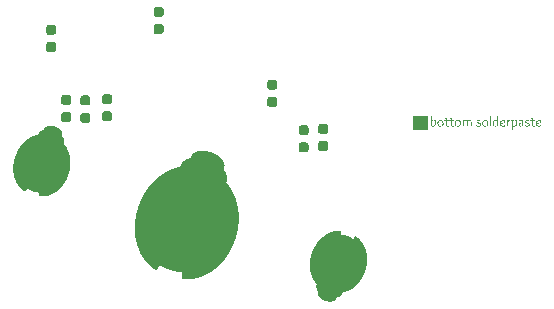
<source format=gbp>
G04                                                      *
G04 Greetings!                                           *
G04 This Gerber was generated by PCBmodE, an open source *
G04 PCB design software. Get it here:                    *
G04                                                      *
G04   http://pcbmode.com                                 *
G04                                                      *
G04 Also visit                                           *
G04                                                      *
G04   http://boldport.com                                *
G04                                                      *
G04 and follow @boldport / @pcbmode for updates!         *
G04                                                      *

G04 leading zeros omitted (L); absolute data (A); 6 integer digits and 6 fractional digits *
%FSLAX66Y66*%

G04 mode (MO): millimeters (MM) *
%MOMM*%

G04 Aperture definitions *
%ADD10C,0.001X*%
%ADD11C,0.001X*%

%LPD*%
G36*
G01X4780344Y-21121121D02*
G01X4780344Y-21121121D01*
G01X4728679Y-21116719D01*
G01X4677218Y-21111035D01*
G01X4625980Y-21104073D01*
G01X4574987Y-21095836D01*
G01X4524257Y-21086329D01*
G01X4473812Y-21075553D01*
G01X4423671Y-21063514D01*
G01X4373854Y-21050214D01*
G01X4324381Y-21035657D01*
G01X4275273Y-21019847D01*
G01X4275273Y-21019847D01*
G01X4275273Y-21019847D01*
G01X4227426Y-21002545D01*
G01X4180047Y-20984059D01*
G01X4133152Y-20964400D01*
G01X4086759Y-20943576D01*
G01X4040885Y-20921596D01*
G01X3995545Y-20898471D01*
G01X3950759Y-20874209D01*
G01X3906542Y-20848819D01*
G01X3862911Y-20822312D01*
G01X3819883Y-20794695D01*
G01X3819883Y-20794695D01*
G01X3819883Y-20794695D01*
G01X3781656Y-20796843D01*
G01X3781656Y-20796843D01*
G01X3781656Y-20796843D01*
G01X3749504Y-20835921D01*
G01X3716973Y-20874856D01*
G01X3684044Y-20913638D01*
G01X3650703Y-20952261D01*
G01X3616931Y-20990718D01*
G01X3586763Y-21024506D01*
G01X3586763Y-21024506D01*
G01X3529868Y-20986223D01*
G01X3474767Y-20946375D01*
G01X3421452Y-20905007D01*
G01X3369914Y-20862161D01*
G01X3320144Y-20817882D01*
G01X3272135Y-20772214D01*
G01X3225879Y-20725198D01*
G01X3181367Y-20676880D01*
G01X3138591Y-20627303D01*
G01X3097542Y-20576509D01*
G01X3058213Y-20524544D01*
G01X3020595Y-20471450D01*
G01X2984679Y-20417272D01*
G01X2950459Y-20362051D01*
G01X2917925Y-20305833D01*
G01X2887069Y-20248661D01*
G01X2857883Y-20190578D01*
G01X2830358Y-20131628D01*
G01X2804487Y-20071855D01*
G01X2780261Y-20011301D01*
G01X2757672Y-19950011D01*
G01X2736712Y-19888029D01*
G01X2717372Y-19825397D01*
G01X2699644Y-19762159D01*
G01X2683520Y-19698359D01*
G01X2668992Y-19634041D01*
G01X2656051Y-19569248D01*
G01X2644689Y-19504023D01*
G01X2634898Y-19438411D01*
G01X2626670Y-19372455D01*
G01X2619996Y-19306197D01*
G01X2614868Y-19239683D01*
G01X2611278Y-19172955D01*
G01X2609218Y-19106058D01*
G01X2608679Y-19039034D01*
G01X2609653Y-18971927D01*
G01X2612132Y-18904781D01*
G01X2616108Y-18837640D01*
G01X2621572Y-18770546D01*
G01X2628516Y-18703544D01*
G01X2636933Y-18636677D01*
G01X2646812Y-18569988D01*
G01X2658147Y-18503522D01*
G01X2670930Y-18437322D01*
G01X2685151Y-18371431D01*
G01X2700803Y-18305893D01*
G01X2717877Y-18240752D01*
G01X2736365Y-18176051D01*
G01X2756259Y-18111833D01*
G01X2777551Y-18048143D01*
G01X2777551Y-18048143D01*
G01X2777551Y-18048143D01*
G01X2798017Y-17990020D01*
G01X2819428Y-17932583D01*
G01X2841773Y-17875843D01*
G01X2865040Y-17819812D01*
G01X2889214Y-17764501D01*
G01X2914284Y-17709922D01*
G01X2940237Y-17656087D01*
G01X2967060Y-17603007D01*
G01X2994742Y-17550694D01*
G01X3023269Y-17499159D01*
G01X3052629Y-17448414D01*
G01X3082809Y-17398471D01*
G01X3113796Y-17349340D01*
G01X3145579Y-17301035D01*
G01X3178144Y-17253565D01*
G01X3211479Y-17206944D01*
G01X3245571Y-17161182D01*
G01X3280408Y-17116291D01*
G01X3315977Y-17072283D01*
G01X3352266Y-17029168D01*
G01X3389261Y-16986960D01*
G01X3426951Y-16945669D01*
G01X3465323Y-16905307D01*
G01X3504365Y-16865886D01*
G01X3544062Y-16827417D01*
G01X3584404Y-16789912D01*
G01X3625378Y-16753382D01*
G01X3666970Y-16717838D01*
G01X3709169Y-16683294D01*
G01X3751962Y-16649759D01*
G01X3795335Y-16617247D01*
G01X3839278Y-16585767D01*
G01X3883776Y-16555332D01*
G01X3928818Y-16525954D01*
G01X3974390Y-16497644D01*
G01X4020481Y-16470414D01*
G01X4067078Y-16444274D01*
G01X4114168Y-16419238D01*
G01X4161738Y-16395316D01*
G01X4209777Y-16372520D01*
G01X4258271Y-16350862D01*
G01X4307207Y-16330352D01*
G01X4356574Y-16311004D01*
G01X4406359Y-16292828D01*
G01X4456548Y-16275835D01*
G01X4507130Y-16260039D01*
G01X4558092Y-16245449D01*
G01X4609422Y-16232078D01*
G01X4661106Y-16219937D01*
G01X4713132Y-16209039D01*
G01X4713132Y-16209039D01*
G01X4713132Y-16209039D01*
G01X4734327Y-16186037D01*
G01X4734327Y-16186037D01*
G01X4734327Y-16186037D01*
G01X4740165Y-16159331D01*
G01X4747978Y-16133308D01*
G01X4747978Y-16133308D01*
G01X4747978Y-16133308D01*
G01X4765758Y-16090202D01*
G01X4788572Y-16049343D01*
G01X4816265Y-16010841D01*
G01X4848684Y-15974805D01*
G01X4885678Y-15941346D01*
G01X4927091Y-15910575D01*
G01X4972771Y-15882601D01*
G01X5022564Y-15857536D01*
G01X5076318Y-15835489D01*
G01X5133879Y-15816571D01*
G01X5195093Y-15800892D01*
G01X5202114Y-15799354D01*
G01X5202114Y-15799354D01*
G01X5218143Y-15780391D01*
G01X5218143Y-15780391D01*
G01X5218143Y-15780391D01*
G01X5222908Y-15745006D01*
G01X5231990Y-15710956D01*
G01X5231990Y-15710956D01*
G01X5231990Y-15710956D01*
G01X5247177Y-15674888D01*
G01X5267048Y-15641341D01*
G01X5291368Y-15610363D01*
G01X5319897Y-15582002D01*
G01X5352398Y-15556307D01*
G01X5388634Y-15533326D01*
G01X5428368Y-15513108D01*
G01X5471361Y-15495700D01*
G01X5517376Y-15481150D01*
G01X5566176Y-15469507D01*
G01X5617523Y-15460819D01*
G01X5671179Y-15455135D01*
G01X5726908Y-15452502D01*
G01X5784471Y-15452969D01*
G01X5843630Y-15456583D01*
G01X5904149Y-15463394D01*
G01X5965789Y-15473449D01*
G01X6028314Y-15486797D01*
G01X6091485Y-15503485D01*
G01X6155066Y-15523563D01*
G01X6155066Y-15523563D01*
G01X6155066Y-15523563D01*
G01X6217625Y-15546626D01*
G01X6277785Y-15572118D01*
G01X6335388Y-15599855D01*
G01X6390276Y-15629653D01*
G01X6442290Y-15661330D01*
G01X6491272Y-15694701D01*
G01X6537064Y-15729582D01*
G01X6579507Y-15765791D01*
G01X6618444Y-15803144D01*
G01X6653716Y-15841457D01*
G01X6685164Y-15880546D01*
G01X6712631Y-15920228D01*
G01X6735958Y-15960319D01*
G01X6754988Y-16000636D01*
G01X6769561Y-16040995D01*
G01X6779519Y-16081213D01*
G01X6784705Y-16121105D01*
G01X6784960Y-16160489D01*
G01X6780125Y-16199180D01*
G01X6770043Y-16236996D01*
G01X6770043Y-16236996D01*
G01X6770043Y-16236996D01*
G01X6755838Y-16270604D01*
G01X6737256Y-16302386D01*
G01X6737256Y-16302386D01*
G01X6737256Y-16302386D01*
G01X6739324Y-16324732D01*
G01X6739324Y-16324732D01*
G01X6739324Y-16324732D01*
G01X6778713Y-16374610D01*
G01X6813226Y-16424832D01*
G01X6842810Y-16475216D01*
G01X6867412Y-16525582D01*
G01X6886977Y-16575748D01*
G01X6901452Y-16625532D01*
G01X6910783Y-16674752D01*
G01X6914917Y-16723228D01*
G01X6913800Y-16770777D01*
G01X6907377Y-16817217D01*
G01X6895596Y-16862369D01*
G01X6893954Y-16867298D01*
G01X6893954Y-16867298D01*
G01X6883323Y-16893575D01*
G01X6870730Y-16919035D01*
G01X6870730Y-16919035D01*
G01X6870730Y-16919035D01*
G01X6873818Y-16947202D01*
G01X6873818Y-16947202D01*
G01X6873818Y-16947202D01*
G01X6908328Y-16987680D01*
G01X6941805Y-17028931D01*
G01X6974247Y-17070939D01*
G01X7005651Y-17113687D01*
G01X7036014Y-17157158D01*
G01X7065334Y-17201335D01*
G01X7093606Y-17246201D01*
G01X7120830Y-17291740D01*
G01X7147001Y-17337934D01*
G01X7172116Y-17384766D01*
G01X7196174Y-17432220D01*
G01X7219171Y-17480278D01*
G01X7241104Y-17528925D01*
G01X7261971Y-17578142D01*
G01X7281769Y-17627913D01*
G01X7300494Y-17678222D01*
G01X7318144Y-17729051D01*
G01X7334716Y-17780383D01*
G01X7350208Y-17832201D01*
G01X7364616Y-17884490D01*
G01X7377937Y-17937230D01*
G01X7390169Y-17990407D01*
G01X7401310Y-18044003D01*
G01X7411355Y-18098000D01*
G01X7420302Y-18152383D01*
G01X7428149Y-18207134D01*
G01X7434892Y-18262236D01*
G01X7440529Y-18317673D01*
G01X7445057Y-18373427D01*
G01X7448473Y-18429482D01*
G01X7450773Y-18485821D01*
G01X7451957Y-18542427D01*
G01X7452019Y-18599283D01*
G01X7450959Y-18656372D01*
G01X7448772Y-18713677D01*
G01X7445455Y-18771181D01*
G01X7441008Y-18828868D01*
G01X7435425Y-18886720D01*
G01X7428704Y-18944721D01*
G01X7420844Y-19002854D01*
G01X7411840Y-19061102D01*
G01X7401689Y-19119447D01*
G01X7390390Y-19177874D01*
G01X7377939Y-19236365D01*
G01X7364333Y-19294903D01*
G01X7349570Y-19353472D01*
G01X7333647Y-19412054D01*
G01X7316560Y-19470633D01*
G01X7298307Y-19529192D01*
G01X7278886Y-19587713D01*
G01X7278886Y-19587713D01*
G01X7278886Y-19587713D01*
G01X7256716Y-19651104D01*
G01X7233118Y-19714055D01*
G01X7208112Y-19776527D01*
G01X7181719Y-19838481D01*
G01X7153959Y-19899878D01*
G01X7124851Y-19960678D01*
G01X7094416Y-20020841D01*
G01X7062674Y-20080327D01*
G01X7029645Y-20139098D01*
G01X6995350Y-20197114D01*
G01X6959808Y-20254336D01*
G01X6923040Y-20310723D01*
G01X6885066Y-20366237D01*
G01X6845905Y-20420837D01*
G01X6805580Y-20474485D01*
G01X6764108Y-20527141D01*
G01X6721511Y-20578765D01*
G01X6677809Y-20629318D01*
G01X6633022Y-20678761D01*
G01X6587170Y-20727053D01*
G01X6540273Y-20774156D01*
G01X6492351Y-20820030D01*
G01X6443425Y-20864635D01*
G01X6393515Y-20907932D01*
G01X6342640Y-20949881D01*
G01X6290822Y-20990443D01*
G01X6238080Y-21029579D01*
G01X6184434Y-21067249D01*
G01X6129905Y-21103413D01*
G01X6074513Y-21138032D01*
G01X6018277Y-21171066D01*
G01X5961219Y-21202476D01*
G01X5903358Y-21232223D01*
G01X5844714Y-21260267D01*
G01X5785308Y-21286568D01*
G01X5725160Y-21311087D01*
G01X5664289Y-21333785D01*
G01X5602717Y-21354621D01*
G01X5540462Y-21373557D01*
G01X5477547Y-21390553D01*
G01X5413989Y-21405569D01*
G01X5349811Y-21418566D01*
G01X5285031Y-21429505D01*
G01X5219671Y-21438346D01*
G01X5153749Y-21445049D01*
G01X5087288Y-21449575D01*
G01X5020305Y-21451884D01*
G01X4952823Y-21451938D01*
G01X4884860Y-21449696D01*
G01X4816438Y-21445119D01*
G01X4816438Y-21445119D01*
G01X4816438Y-21445119D01*
G01X4813236Y-21399351D01*
G01X4810405Y-21353696D01*
G01X4807930Y-21308148D01*
G01X4805797Y-21262703D01*
G01X4803995Y-21217354D01*
G01X4802509Y-21172097D01*
G01X4801687Y-21141973D01*
G01X4801687Y-21141973D01*
G01X4779991Y-21121223D01*
G01X4779991Y-21121223D01*
G37*
G36*
G01X16853399Y-27871878D02*
G01X16853399Y-27871878D01*
G01X16796995Y-27867356D01*
G01X16740719Y-27861994D01*
G01X16684579Y-27855793D01*
G01X16628582Y-27848755D01*
G01X16572738Y-27840882D01*
G01X16517053Y-27832174D01*
G01X16461536Y-27822633D01*
G01X16406194Y-27812261D01*
G01X16351036Y-27801058D01*
G01X16296068Y-27789027D01*
G01X16241300Y-27776169D01*
G01X16186739Y-27762484D01*
G01X16132393Y-27747975D01*
G01X16078269Y-27732643D01*
G01X16024376Y-27716489D01*
G01X15970721Y-27699515D01*
G01X15935088Y-27687744D01*
G01X15935088Y-27687744D01*
G01X15882791Y-27669128D01*
G01X15830796Y-27649735D01*
G01X15779109Y-27629568D01*
G01X15727737Y-27608632D01*
G01X15676687Y-27586930D01*
G01X15625965Y-27564466D01*
G01X15575578Y-27541243D01*
G01X15525533Y-27517265D01*
G01X15475835Y-27492536D01*
G01X15426493Y-27467059D01*
G01X15377513Y-27440839D01*
G01X15328900Y-27413877D01*
G01X15280663Y-27386179D01*
G01X15232807Y-27357748D01*
G01X15185339Y-27328588D01*
G01X15138266Y-27298702D01*
G01X15107107Y-27278376D01*
G01X15107107Y-27278376D01*
G01X15071650Y-27263159D01*
G01X15037603Y-27282281D01*
G01X15037603Y-27282281D01*
G01X15037603Y-27282281D01*
G01X15003298Y-27324107D01*
G01X14968759Y-27365845D01*
G01X14933978Y-27407491D01*
G01X14898951Y-27449042D01*
G01X14863670Y-27490496D01*
G01X14828129Y-27531850D01*
G01X14792324Y-27573102D01*
G01X14756246Y-27614248D01*
G01X14719891Y-27655286D01*
G01X14683252Y-27696214D01*
G01X14683252Y-27696214D01*
G01X14683252Y-27696214D01*
G01X14631121Y-27661771D01*
G01X14579807Y-27626608D01*
G01X14529309Y-27590733D01*
G01X14479624Y-27554158D01*
G01X14430750Y-27516891D01*
G01X14382687Y-27478943D01*
G01X14335431Y-27440323D01*
G01X14288981Y-27401042D01*
G01X14243335Y-27361109D01*
G01X14198491Y-27320535D01*
G01X14154447Y-27279329D01*
G01X14111202Y-27237501D01*
G01X14068754Y-27195060D01*
G01X14027100Y-27152018D01*
G01X13986239Y-27108384D01*
G01X13946169Y-27064167D01*
G01X13906887Y-27019378D01*
G01X13868393Y-26974026D01*
G01X13830685Y-26928122D01*
G01X13793760Y-26881675D01*
G01X13757616Y-26834695D01*
G01X13722252Y-26787193D01*
G01X13687666Y-26739177D01*
G01X13653855Y-26690659D01*
G01X13620819Y-26641647D01*
G01X13588555Y-26592152D01*
G01X13557061Y-26542183D01*
G01X13526336Y-26491751D01*
G01X13496377Y-26440866D01*
G01X13467183Y-26389537D01*
G01X13438752Y-26337774D01*
G01X13411081Y-26285587D01*
G01X13384170Y-26232987D01*
G01X13358015Y-26179982D01*
G01X13332616Y-26126583D01*
G01X13307971Y-26072800D01*
G01X13284077Y-26018643D01*
G01X13260933Y-25964121D01*
G01X13238536Y-25909244D01*
G01X13216886Y-25854023D01*
G01X13195979Y-25798468D01*
G01X13175815Y-25742587D01*
G01X13156390Y-25686392D01*
G01X13137705Y-25629891D01*
G01X13119756Y-25573096D01*
G01X13102541Y-25516015D01*
G01X13086059Y-25458659D01*
G01X13070309Y-25401038D01*
G01X13055287Y-25343161D01*
G01X13040992Y-25285038D01*
G01X13027423Y-25226680D01*
G01X13014577Y-25168096D01*
G01X13002453Y-25109296D01*
G01X12991048Y-25050290D01*
G01X12980361Y-24991088D01*
G01X12970390Y-24931700D01*
G01X12961133Y-24872136D01*
G01X12952589Y-24812405D01*
G01X12944754Y-24752518D01*
G01X12937628Y-24692484D01*
G01X12931209Y-24632314D01*
G01X12925494Y-24572017D01*
G01X12920482Y-24511603D01*
G01X12916171Y-24451082D01*
G01X12912558Y-24390464D01*
G01X12909643Y-24329759D01*
G01X12907424Y-24268976D01*
G01X12905898Y-24208127D01*
G01X12905063Y-24147219D01*
G01X12904918Y-24086265D01*
G01X12905460Y-24025272D01*
G01X12906689Y-23964253D01*
G01X12908602Y-23903215D01*
G01X12911197Y-23842169D01*
G01X12914472Y-23781125D01*
G01X12918425Y-23720093D01*
G01X12923055Y-23659083D01*
G01X12928360Y-23598105D01*
G01X12934338Y-23537168D01*
G01X12940986Y-23476283D01*
G01X12948303Y-23415459D01*
G01X12956288Y-23354707D01*
G01X12964938Y-23294035D01*
G01X12974251Y-23233455D01*
G01X12984226Y-23172976D01*
G01X12994861Y-23112608D01*
G01X13006153Y-23052360D01*
G01X13018101Y-22992243D01*
G01X13030703Y-22932267D01*
G01X13043958Y-22872442D01*
G01X13057862Y-22812777D01*
G01X13072415Y-22753282D01*
G01X13087615Y-22693968D01*
G01X13103459Y-22634843D01*
G01X13119946Y-22575919D01*
G01X13137074Y-22517205D01*
G01X13154841Y-22458710D01*
G01X13173245Y-22400445D01*
G01X13192285Y-22342420D01*
G01X13211957Y-22284645D01*
G01X13211957Y-22284645D01*
G01X13211957Y-22284645D01*
G01X13230346Y-22231651D01*
G01X13249168Y-22178967D01*
G01X13268420Y-22126594D01*
G01X13288098Y-22074536D01*
G01X13308201Y-22022794D01*
G01X13328726Y-21971372D01*
G01X13349669Y-21920272D01*
G01X13371028Y-21869497D01*
G01X13392800Y-21819050D01*
G01X13414981Y-21768932D01*
G01X13437570Y-21719148D01*
G01X13460563Y-21669698D01*
G01X13483957Y-21620587D01*
G01X13507750Y-21571816D01*
G01X13531939Y-21523389D01*
G01X13556521Y-21475307D01*
G01X13581492Y-21427574D01*
G01X13606851Y-21380192D01*
G01X13632593Y-21333164D01*
G01X13658718Y-21286492D01*
G01X13685221Y-21240180D01*
G01X13712099Y-21194229D01*
G01X13739350Y-21148642D01*
G01X13766972Y-21103423D01*
G01X13794960Y-21058573D01*
G01X13823313Y-21014095D01*
G01X13852027Y-20969992D01*
G01X13881099Y-20926266D01*
G01X13910527Y-20882921D01*
G01X13940308Y-20839958D01*
G01X13970439Y-20797381D01*
G01X14000917Y-20755192D01*
G01X14031740Y-20713394D01*
G01X14062903Y-20671988D01*
G01X14094405Y-20630979D01*
G01X14126243Y-20590368D01*
G01X14158414Y-20550159D01*
G01X14190914Y-20510353D01*
G01X14223742Y-20470954D01*
G01X14256894Y-20431964D01*
G01X14290367Y-20393386D01*
G01X14324159Y-20355222D01*
G01X14358266Y-20317475D01*
G01X14392686Y-20280147D01*
G01X14427416Y-20243242D01*
G01X14462453Y-20206762D01*
G01X14497794Y-20170709D01*
G01X14533437Y-20135087D01*
G01X14569378Y-20099897D01*
G01X14605615Y-20065143D01*
G01X14642145Y-20030827D01*
G01X14678964Y-19996952D01*
G01X14716071Y-19963519D01*
G01X14753461Y-19930533D01*
G01X14791133Y-19897996D01*
G01X14829084Y-19865909D01*
G01X14867310Y-19834277D01*
G01X14905809Y-19803101D01*
G01X14944578Y-19772384D01*
G01X14983613Y-19742129D01*
G01X15022913Y-19712339D01*
G01X15062475Y-19683015D01*
G01X15102294Y-19654161D01*
G01X15142370Y-19625780D01*
G01X15182698Y-19597873D01*
G01X15223276Y-19570444D01*
G01X15264101Y-19543495D01*
G01X15305170Y-19517029D01*
G01X15346481Y-19491049D01*
G01X15388030Y-19465556D01*
G01X15429814Y-19440555D01*
G01X15471831Y-19416046D01*
G01X15514079Y-19392034D01*
G01X15556553Y-19368520D01*
G01X15599251Y-19345508D01*
G01X15642171Y-19323000D01*
G01X15685309Y-19300998D01*
G01X15728662Y-19279505D01*
G01X15772229Y-19258524D01*
G01X15816005Y-19238058D01*
G01X15859988Y-19218108D01*
G01X15904175Y-19198679D01*
G01X15948564Y-19179772D01*
G01X15993151Y-19161389D01*
G01X16037934Y-19143535D01*
G01X16082909Y-19126210D01*
G01X16128074Y-19109419D01*
G01X16173426Y-19093162D01*
G01X16218962Y-19077445D01*
G01X16264680Y-19062267D01*
G01X16310576Y-19047634D01*
G01X16356647Y-19033546D01*
G01X16402892Y-19020007D01*
G01X16449306Y-19007020D01*
G01X16495887Y-18994586D01*
G01X16542632Y-18982709D01*
G01X16589538Y-18971391D01*
G01X16636603Y-18960635D01*
G01X16683823Y-18950443D01*
G01X16731196Y-18940819D01*
G01X16731196Y-18940819D01*
G01X16731196Y-18940819D01*
G01X16760130Y-18923380D01*
G01X16769733Y-18898998D01*
G01X16769733Y-18898998D01*
G01X16769733Y-18898998D01*
G01X16780347Y-18850441D01*
G01X16794553Y-18803126D01*
G01X16794553Y-18803126D01*
G01X16794553Y-18803126D01*
G01X16811366Y-18759093D01*
G01X16831042Y-18716294D01*
G01X16853533Y-18674761D01*
G01X16878791Y-18634530D01*
G01X16906768Y-18595635D01*
G01X16937417Y-18558111D01*
G01X16970690Y-18521992D01*
G01X17006538Y-18487312D01*
G01X17044915Y-18454105D01*
G01X17085772Y-18422407D01*
G01X17129062Y-18392252D01*
G01X17174737Y-18363673D01*
G01X17222749Y-18336705D01*
G01X17273049Y-18311384D01*
G01X17325592Y-18287742D01*
G01X17380328Y-18265815D01*
G01X17437210Y-18245636D01*
G01X17496190Y-18227241D01*
G01X17557220Y-18210664D01*
G01X17620253Y-18195938D01*
G01X17620253Y-18195938D01*
G01X17620253Y-18195938D01*
G01X17649397Y-18161459D01*
G01X17649397Y-18161459D01*
G01X17649397Y-18161459D01*
G01X17654449Y-18117436D01*
G01X17663086Y-18074568D01*
G01X17674575Y-18035215D01*
G01X17674575Y-18035215D01*
G01X17690095Y-17995322D01*
G01X17708745Y-17957067D01*
G01X17730430Y-17920469D01*
G01X17755057Y-17885546D01*
G01X17782533Y-17852317D01*
G01X17812765Y-17820802D01*
G01X17845659Y-17791018D01*
G01X17881122Y-17762986D01*
G01X17919061Y-17736724D01*
G01X17959382Y-17712251D01*
G01X18001992Y-17689586D01*
G01X18046798Y-17668748D01*
G01X18093707Y-17649756D01*
G01X18142624Y-17632629D01*
G01X18193458Y-17617385D01*
G01X18246114Y-17604044D01*
G01X18300500Y-17592624D01*
G01X18356522Y-17583146D01*
G01X18414086Y-17575626D01*
G01X18473100Y-17570085D01*
G01X18533471Y-17566541D01*
G01X18595104Y-17565014D01*
G01X18657906Y-17565521D01*
G01X18721785Y-17568083D01*
G01X18786647Y-17572718D01*
G01X18852399Y-17579445D01*
G01X18918947Y-17588283D01*
G01X18986198Y-17599251D01*
G01X19054059Y-17612367D01*
G01X19122436Y-17627652D01*
G01X19191237Y-17645123D01*
G01X19260368Y-17664800D01*
G01X19329735Y-17686701D01*
G01X19352894Y-17694499D01*
G01X19352894Y-17694499D01*
G01X19421647Y-17719110D01*
G01X19488872Y-17745359D01*
G01X19554506Y-17773174D01*
G01X19618487Y-17802482D01*
G01X19680753Y-17833212D01*
G01X19741241Y-17865291D01*
G01X19799890Y-17898647D01*
G01X19856637Y-17933209D01*
G01X19911420Y-17968903D01*
G01X19964178Y-18005659D01*
G01X20014847Y-18043404D01*
G01X20063366Y-18082065D01*
G01X20109672Y-18121571D01*
G01X20153704Y-18161850D01*
G01X20195399Y-18202829D01*
G01X20234696Y-18244436D01*
G01X20271531Y-18286600D01*
G01X20305843Y-18329248D01*
G01X20337570Y-18372308D01*
G01X20366649Y-18415708D01*
G01X20393018Y-18459376D01*
G01X20416616Y-18503240D01*
G01X20437380Y-18547227D01*
G01X20455248Y-18591267D01*
G01X20470157Y-18635285D01*
G01X20482046Y-18679211D01*
G01X20490853Y-18722972D01*
G01X20496515Y-18766497D01*
G01X20498970Y-18809712D01*
G01X20498156Y-18852547D01*
G01X20494010Y-18894928D01*
G01X20486472Y-18936784D01*
G01X20475478Y-18978043D01*
G01X20471035Y-18991651D01*
G01X20471035Y-18991651D01*
G01X20454347Y-19033580D01*
G01X20433951Y-19073922D01*
G01X20411422Y-19110542D01*
G01X20411422Y-19110542D01*
G01X20415182Y-19151170D01*
G01X20415182Y-19151170D01*
G01X20415182Y-19151170D01*
G01X20456057Y-19201455D01*
G01X20494209Y-19251978D01*
G01X20529623Y-19302683D01*
G01X20562280Y-19353513D01*
G01X20592165Y-19404412D01*
G01X20619260Y-19455324D01*
G01X20643549Y-19506190D01*
G01X20665015Y-19556956D01*
G01X20683642Y-19607563D01*
G01X20699412Y-19657957D01*
G01X20712309Y-19708080D01*
G01X20722316Y-19757875D01*
G01X20729416Y-19807286D01*
G01X20733593Y-19856256D01*
G01X20734830Y-19904729D01*
G01X20733110Y-19952648D01*
G01X20728417Y-19999957D01*
G01X20720733Y-20046599D01*
G01X20710042Y-20092517D01*
G01X20696328Y-20137654D01*
G01X20696328Y-20137654D01*
G01X20696328Y-20137654D01*
G01X20683563Y-20170316D01*
G01X20669177Y-20202252D01*
G01X20654102Y-20231721D01*
G01X20654102Y-20231721D01*
G01X20649500Y-20260431D01*
G01X20659716Y-20282934D01*
G01X20659716Y-20282934D01*
G01X20659716Y-20282934D01*
G01X20691323Y-20319554D01*
G01X20722461Y-20356530D01*
G01X20753130Y-20393857D01*
G01X20783329Y-20431532D01*
G01X20813057Y-20469552D01*
G01X20842315Y-20507911D01*
G01X20871100Y-20546607D01*
G01X20899413Y-20585635D01*
G01X20927253Y-20624991D01*
G01X20954618Y-20664673D01*
G01X20981510Y-20704675D01*
G01X21007926Y-20744994D01*
G01X21033867Y-20785627D01*
G01X21059331Y-20826569D01*
G01X21084319Y-20867817D01*
G01X21108828Y-20909366D01*
G01X21132859Y-20951214D01*
G01X21156412Y-20993355D01*
G01X21179484Y-21035787D01*
G01X21202077Y-21078505D01*
G01X21224188Y-21121505D01*
G01X21245818Y-21164785D01*
G01X21266966Y-21208339D01*
G01X21287631Y-21252164D01*
G01X21307812Y-21296256D01*
G01X21327510Y-21340612D01*
G01X21346722Y-21385227D01*
G01X21365449Y-21430098D01*
G01X21383690Y-21475221D01*
G01X21401445Y-21520591D01*
G01X21418711Y-21566206D01*
G01X21435490Y-21612061D01*
G01X21451781Y-21658153D01*
G01X21467582Y-21704477D01*
G01X21482892Y-21751030D01*
G01X21497713Y-21797808D01*
G01X21512042Y-21844808D01*
G01X21525879Y-21892024D01*
G01X21539224Y-21939454D01*
G01X21552076Y-21987093D01*
G01X21564433Y-22034939D01*
G01X21576296Y-22082986D01*
G01X21587665Y-22131231D01*
G01X21598537Y-22179671D01*
G01X21608913Y-22228301D01*
G01X21618792Y-22277117D01*
G01X21628173Y-22326117D01*
G01X21637056Y-22375295D01*
G01X21645439Y-22424648D01*
G01X21653324Y-22474172D01*
G01X21660707Y-22523864D01*
G01X21667590Y-22573720D01*
G01X21673972Y-22623735D01*
G01X21679851Y-22673906D01*
G01X21685227Y-22724229D01*
G01X21690100Y-22774700D01*
G01X21694468Y-22825315D01*
G01X21698332Y-22876071D01*
G01X21701690Y-22926964D01*
G01X21704543Y-22977990D01*
G01X21706888Y-23029144D01*
G01X21708726Y-23080424D01*
G01X21710056Y-23131825D01*
G01X21710877Y-23183343D01*
G01X21711189Y-23234975D01*
G01X21710991Y-23286717D01*
G01X21710282Y-23338565D01*
G01X21709062Y-23390515D01*
G01X21707331Y-23442563D01*
G01X21705086Y-23494706D01*
G01X21702328Y-23546939D01*
G01X21699057Y-23599260D01*
G01X21695271Y-23651663D01*
G01X21690970Y-23704145D01*
G01X21686153Y-23756702D01*
G01X21680819Y-23809331D01*
G01X21674969Y-23862027D01*
G01X21668600Y-23914787D01*
G01X21661714Y-23967607D01*
G01X21654308Y-24020483D01*
G01X21646383Y-24073411D01*
G01X21637937Y-24126388D01*
G01X21628970Y-24179409D01*
G01X21619482Y-24232471D01*
G01X21609472Y-24285570D01*
G01X21598938Y-24338702D01*
G01X21587881Y-24391863D01*
G01X21576300Y-24445049D01*
G01X21564194Y-24498257D01*
G01X21551562Y-24551482D01*
G01X21538405Y-24604721D01*
G01X21524720Y-24657971D01*
G01X21510508Y-24711226D01*
G01X21495768Y-24764484D01*
G01X21480500Y-24817740D01*
G01X21464702Y-24870991D01*
G01X21448373Y-24924233D01*
G01X21431515Y-24977461D01*
G01X21414125Y-25030673D01*
G01X21396203Y-25083864D01*
G01X21396203Y-25083864D01*
G01X21396203Y-25083864D01*
G01X21376375Y-25141587D01*
G01X21355894Y-25199119D01*
G01X21334763Y-25256452D01*
G01X21312989Y-25313576D01*
G01X21290574Y-25370482D01*
G01X21267524Y-25427162D01*
G01X21243843Y-25483606D01*
G01X21219536Y-25539806D01*
G01X21194608Y-25595752D01*
G01X21169062Y-25651436D01*
G01X21142905Y-25706849D01*
G01X21116139Y-25761981D01*
G01X21088770Y-25816824D01*
G01X21060803Y-25871368D01*
G01X21032241Y-25925605D01*
G01X21003090Y-25979526D01*
G01X20973354Y-26033121D01*
G01X20943038Y-26086382D01*
G01X20912146Y-26139300D01*
G01X20880683Y-26191866D01*
G01X20848653Y-26244070D01*
G01X20816061Y-26295905D01*
G01X20782912Y-26347360D01*
G01X20749210Y-26398427D01*
G01X20714960Y-26449097D01*
G01X20680166Y-26499361D01*
G01X20644833Y-26549210D01*
G01X20608966Y-26598635D01*
G01X20572569Y-26647626D01*
G01X20535646Y-26696176D01*
G01X20498203Y-26744275D01*
G01X20460244Y-26791914D01*
G01X20421773Y-26839084D01*
G01X20382795Y-26885776D01*
G01X20343314Y-26931981D01*
G01X20303336Y-26977691D01*
G01X20262865Y-27022896D01*
G01X20221905Y-27067586D01*
G01X20180461Y-27111754D01*
G01X20138537Y-27155391D01*
G01X20096139Y-27198486D01*
G01X20053270Y-27241032D01*
G01X20009935Y-27283019D01*
G01X19966140Y-27324439D01*
G01X19921888Y-27365282D01*
G01X19877183Y-27405539D01*
G01X19832032Y-27445202D01*
G01X19786437Y-27484261D01*
G01X19740405Y-27522707D01*
G01X19693939Y-27560532D01*
G01X19647043Y-27597727D01*
G01X19599724Y-27634282D01*
G01X19551984Y-27670189D01*
G01X19503829Y-27705438D01*
G01X19455263Y-27740021D01*
G01X19406291Y-27773928D01*
G01X19356918Y-27807151D01*
G01X19307147Y-27839681D01*
G01X19256985Y-27871508D01*
G01X19206434Y-27902625D01*
G01X19155500Y-27933021D01*
G01X19104188Y-27962687D01*
G01X19052501Y-27991616D01*
G01X19000445Y-28019797D01*
G01X18948024Y-28047222D01*
G01X18895243Y-28073882D01*
G01X18842106Y-28099768D01*
G01X18788618Y-28124870D01*
G01X18734784Y-28149181D01*
G01X18680607Y-28172691D01*
G01X18626093Y-28195390D01*
G01X18571246Y-28217271D01*
G01X18516071Y-28238323D01*
G01X18460572Y-28258539D01*
G01X18404755Y-28277909D01*
G01X18348623Y-28296423D01*
G01X18292180Y-28314074D01*
G01X18235433Y-28330852D01*
G01X18178385Y-28346748D01*
G01X18121041Y-28361754D01*
G01X18063405Y-28375859D01*
G01X18005482Y-28389056D01*
G01X17947277Y-28401335D01*
G01X17888794Y-28412687D01*
G01X17830038Y-28423104D01*
G01X17771013Y-28432576D01*
G01X17711724Y-28441094D01*
G01X17652175Y-28448650D01*
G01X17592372Y-28455234D01*
G01X17532319Y-28460837D01*
G01X17472019Y-28465451D01*
G01X17411479Y-28469066D01*
G01X17350702Y-28471674D01*
G01X17289693Y-28473266D01*
G01X17228457Y-28473831D01*
G01X17166997Y-28473363D01*
G01X17105320Y-28471851D01*
G01X17043429Y-28469286D01*
G01X16981329Y-28465660D01*
G01X16919024Y-28460964D01*
G01X16919024Y-28460964D01*
G01X16919024Y-28460964D01*
G01X16915450Y-28411011D01*
G01X16912121Y-28361132D01*
G01X16909033Y-28311327D01*
G01X16906179Y-28261593D01*
G01X16903555Y-28211928D01*
G01X16901156Y-28162329D01*
G01X16898976Y-28112795D01*
G01X16897010Y-28063324D01*
G01X16895253Y-28013914D01*
G01X16893699Y-27964561D01*
G01X16892344Y-27915265D01*
G01X16892206Y-27909791D01*
G01X16892206Y-27909791D01*
G01X16887710Y-27883925D01*
G01X16852758Y-27872064D01*
G01X16852758Y-27872064D01*
G37*
G36*
G01X30397065Y-24684455D02*
G01X30397065Y-24684455D01*
G01X30448730Y-24688857D01*
G01X30500191Y-24694541D01*
G01X30551429Y-24701503D01*
G01X30602422Y-24709740D01*
G01X30653152Y-24719247D01*
G01X30703597Y-24730023D01*
G01X30753738Y-24742062D01*
G01X30803555Y-24755362D01*
G01X30853028Y-24769919D01*
G01X30902136Y-24785729D01*
G01X30902136Y-24785729D01*
G01X30902136Y-24785729D01*
G01X30949983Y-24803031D01*
G01X30997362Y-24821517D01*
G01X31044257Y-24841176D01*
G01X31090650Y-24862000D01*
G01X31136524Y-24883980D01*
G01X31181864Y-24907105D01*
G01X31226650Y-24931367D01*
G01X31270867Y-24956757D01*
G01X31314498Y-24983265D01*
G01X31357526Y-25010881D01*
G01X31357526Y-25010881D01*
G01X31357526Y-25010881D01*
G01X31395753Y-25008734D01*
G01X31395753Y-25008734D01*
G01X31395753Y-25008734D01*
G01X31427905Y-24969655D01*
G01X31460436Y-24930720D01*
G01X31493365Y-24891938D01*
G01X31526706Y-24853315D01*
G01X31560478Y-24814858D01*
G01X31590646Y-24781070D01*
G01X31590646Y-24781070D01*
G01X31647541Y-24819353D01*
G01X31702642Y-24859201D01*
G01X31755957Y-24900569D01*
G01X31807495Y-24943415D01*
G01X31857265Y-24987693D01*
G01X31905274Y-25033362D01*
G01X31951530Y-25080378D01*
G01X31996042Y-25128696D01*
G01X32038818Y-25178273D01*
G01X32079867Y-25229067D01*
G01X32119196Y-25281032D01*
G01X32156814Y-25334126D01*
G01X32192730Y-25388304D01*
G01X32226950Y-25443525D01*
G01X32259484Y-25499743D01*
G01X32290340Y-25556915D01*
G01X32319526Y-25614998D01*
G01X32347051Y-25673948D01*
G01X32372922Y-25733721D01*
G01X32397148Y-25794275D01*
G01X32419737Y-25855565D01*
G01X32440697Y-25917548D01*
G01X32460037Y-25980179D01*
G01X32477765Y-26043417D01*
G01X32493889Y-26107217D01*
G01X32508417Y-26171535D01*
G01X32521358Y-26236328D01*
G01X32532720Y-26301553D01*
G01X32542511Y-26367165D01*
G01X32550739Y-26433121D01*
G01X32557413Y-26499379D01*
G01X32562541Y-26565893D01*
G01X32566131Y-26632621D01*
G01X32568191Y-26699518D01*
G01X32568730Y-26766542D01*
G01X32567756Y-26833649D01*
G01X32565277Y-26900795D01*
G01X32561301Y-26967936D01*
G01X32555837Y-27035030D01*
G01X32548893Y-27102032D01*
G01X32540476Y-27168899D01*
G01X32530597Y-27235588D01*
G01X32519262Y-27302054D01*
G01X32506479Y-27368254D01*
G01X32492258Y-27434145D01*
G01X32476606Y-27499683D01*
G01X32459532Y-27564824D01*
G01X32441044Y-27629525D01*
G01X32421150Y-27693743D01*
G01X32399858Y-27757433D01*
G01X32399858Y-27757433D01*
G01X32399858Y-27757433D01*
G01X32379392Y-27815556D01*
G01X32357981Y-27872993D01*
G01X32335636Y-27929733D01*
G01X32312369Y-27985764D01*
G01X32288195Y-28041075D01*
G01X32263125Y-28095654D01*
G01X32237172Y-28149489D01*
G01X32210349Y-28202569D01*
G01X32182667Y-28254882D01*
G01X32154140Y-28306417D01*
G01X32124780Y-28357162D01*
G01X32094600Y-28407105D01*
G01X32063613Y-28456236D01*
G01X32031830Y-28504541D01*
G01X31999265Y-28552011D01*
G01X31965930Y-28598632D01*
G01X31931838Y-28644394D01*
G01X31897001Y-28689285D01*
G01X31861432Y-28733293D01*
G01X31825143Y-28776408D01*
G01X31788148Y-28818616D01*
G01X31750457Y-28859907D01*
G01X31712086Y-28900269D01*
G01X31673044Y-28939690D01*
G01X31633347Y-28978159D01*
G01X31593005Y-29015664D01*
G01X31552031Y-29052194D01*
G01X31510439Y-29087738D01*
G01X31468240Y-29122282D01*
G01X31425447Y-29155817D01*
G01X31382074Y-29188329D01*
G01X31338131Y-29219809D01*
G01X31293633Y-29250244D01*
G01X31248591Y-29279622D01*
G01X31203019Y-29307932D01*
G01X31156928Y-29335162D01*
G01X31110331Y-29361302D01*
G01X31063241Y-29386338D01*
G01X31015671Y-29410260D01*
G01X30967632Y-29433056D01*
G01X30919138Y-29454714D01*
G01X30870202Y-29475224D01*
G01X30820835Y-29494572D01*
G01X30771050Y-29512748D01*
G01X30720861Y-29529741D01*
G01X30670279Y-29545537D01*
G01X30619317Y-29560127D01*
G01X30567987Y-29573498D01*
G01X30516303Y-29585639D01*
G01X30464277Y-29596537D01*
G01X30464277Y-29596537D01*
G01X30464277Y-29596537D01*
G01X30443082Y-29619539D01*
G01X30443082Y-29619539D01*
G01X30443082Y-29619539D01*
G01X30437244Y-29646245D01*
G01X30429431Y-29672268D01*
G01X30429431Y-29672268D01*
G01X30429431Y-29672268D01*
G01X30411651Y-29715374D01*
G01X30388837Y-29756233D01*
G01X30361144Y-29794735D01*
G01X30328725Y-29830771D01*
G01X30291731Y-29864230D01*
G01X30250318Y-29895001D01*
G01X30204638Y-29922975D01*
G01X30154845Y-29948040D01*
G01X30101091Y-29970087D01*
G01X30043530Y-29989005D01*
G01X29982316Y-30004684D01*
G01X29975296Y-30006222D01*
G01X29975296Y-30006222D01*
G01X29959266Y-30025185D01*
G01X29959266Y-30025185D01*
G01X29959266Y-30025185D01*
G01X29954501Y-30060570D01*
G01X29945419Y-30094620D01*
G01X29945419Y-30094620D01*
G01X29945419Y-30094620D01*
G01X29930232Y-30130688D01*
G01X29910361Y-30164235D01*
G01X29886041Y-30195213D01*
G01X29857512Y-30223574D01*
G01X29825011Y-30249269D01*
G01X29788775Y-30272250D01*
G01X29749041Y-30292468D01*
G01X29706048Y-30309876D01*
G01X29660033Y-30324426D01*
G01X29611233Y-30336069D01*
G01X29559886Y-30344757D01*
G01X29506230Y-30350441D01*
G01X29450501Y-30353074D01*
G01X29392938Y-30352607D01*
G01X29333779Y-30348993D01*
G01X29273260Y-30342182D01*
G01X29211620Y-30332127D01*
G01X29149095Y-30318779D01*
G01X29085924Y-30302091D01*
G01X29022343Y-30282013D01*
G01X29022343Y-30282013D01*
G01X29022343Y-30282013D01*
G01X28959784Y-30258950D01*
G01X28899624Y-30233458D01*
G01X28842021Y-30205721D01*
G01X28787133Y-30175923D01*
G01X28735119Y-30144246D01*
G01X28686137Y-30110875D01*
G01X28640345Y-30075994D01*
G01X28597902Y-30039785D01*
G01X28558965Y-30002432D01*
G01X28523693Y-29964119D01*
G01X28492245Y-29925030D01*
G01X28464778Y-29885348D01*
G01X28441451Y-29845257D01*
G01X28422421Y-29804940D01*
G01X28407848Y-29764581D01*
G01X28397890Y-29724363D01*
G01X28392704Y-29684471D01*
G01X28392449Y-29645087D01*
G01X28397284Y-29606396D01*
G01X28407366Y-29568580D01*
G01X28407366Y-29568580D01*
G01X28407366Y-29568580D01*
G01X28421571Y-29534972D01*
G01X28440153Y-29503190D01*
G01X28440153Y-29503190D01*
G01X28440153Y-29503190D01*
G01X28438085Y-29480844D01*
G01X28438085Y-29480844D01*
G01X28438085Y-29480844D01*
G01X28398696Y-29430966D01*
G01X28364183Y-29380744D01*
G01X28334599Y-29330360D01*
G01X28309997Y-29279994D01*
G01X28290432Y-29229828D01*
G01X28275957Y-29180044D01*
G01X28266626Y-29130824D01*
G01X28262492Y-29082348D01*
G01X28263609Y-29034799D01*
G01X28270032Y-28988359D01*
G01X28281813Y-28943207D01*
G01X28283455Y-28938278D01*
G01X28283455Y-28938278D01*
G01X28294086Y-28912001D01*
G01X28306679Y-28886541D01*
G01X28306679Y-28886541D01*
G01X28306679Y-28886541D01*
G01X28303591Y-28858374D01*
G01X28303591Y-28858374D01*
G01X28303591Y-28858374D01*
G01X28269081Y-28817896D01*
G01X28235604Y-28776645D01*
G01X28203162Y-28734637D01*
G01X28171758Y-28691889D01*
G01X28141395Y-28648418D01*
G01X28112075Y-28604241D01*
G01X28083803Y-28559375D01*
G01X28056579Y-28513836D01*
G01X28030408Y-28467642D01*
G01X28005293Y-28420810D01*
G01X27981235Y-28373356D01*
G01X27958238Y-28325298D01*
G01X27936305Y-28276651D01*
G01X27915438Y-28227434D01*
G01X27895640Y-28177663D01*
G01X27876915Y-28127354D01*
G01X27859265Y-28076525D01*
G01X27842693Y-28025193D01*
G01X27827201Y-27973375D01*
G01X27812793Y-27921086D01*
G01X27799472Y-27868346D01*
G01X27787240Y-27815169D01*
G01X27776099Y-27761573D01*
G01X27766054Y-27707576D01*
G01X27757107Y-27653193D01*
G01X27749260Y-27598442D01*
G01X27742517Y-27543340D01*
G01X27736880Y-27487903D01*
G01X27732352Y-27432149D01*
G01X27728936Y-27376094D01*
G01X27726636Y-27319755D01*
G01X27725452Y-27263149D01*
G01X27725390Y-27206293D01*
G01X27726450Y-27149204D01*
G01X27728637Y-27091899D01*
G01X27731954Y-27034395D01*
G01X27736401Y-26976708D01*
G01X27741984Y-26918856D01*
G01X27748705Y-26860855D01*
G01X27756565Y-26802722D01*
G01X27765569Y-26744474D01*
G01X27775720Y-26686129D01*
G01X27787019Y-26627702D01*
G01X27799470Y-26569211D01*
G01X27813076Y-26510673D01*
G01X27827839Y-26452104D01*
G01X27843762Y-26393522D01*
G01X27860849Y-26334943D01*
G01X27879102Y-26276384D01*
G01X27898523Y-26217862D01*
G01X27898523Y-26217862D01*
G01X27898523Y-26217862D01*
G01X27920693Y-26154472D01*
G01X27944291Y-26091521D01*
G01X27969297Y-26029049D01*
G01X27995690Y-25967095D01*
G01X28023450Y-25905698D01*
G01X28052558Y-25844898D01*
G01X28082993Y-25784735D01*
G01X28114735Y-25725249D01*
G01X28147764Y-25666478D01*
G01X28182059Y-25608462D01*
G01X28217601Y-25551240D01*
G01X28254369Y-25494853D01*
G01X28292343Y-25439339D01*
G01X28331504Y-25384739D01*
G01X28371829Y-25331091D01*
G01X28413301Y-25278435D01*
G01X28455898Y-25226811D01*
G01X28499600Y-25176258D01*
G01X28544387Y-25126815D01*
G01X28590239Y-25078523D01*
G01X28637136Y-25031420D01*
G01X28685058Y-24985546D01*
G01X28733984Y-24940941D01*
G01X28783894Y-24897644D01*
G01X28834769Y-24855695D01*
G01X28886587Y-24815133D01*
G01X28939329Y-24775997D01*
G01X28992975Y-24738327D01*
G01X29047504Y-24702163D01*
G01X29102896Y-24667544D01*
G01X29159132Y-24634510D01*
G01X29216190Y-24603100D01*
G01X29274051Y-24573353D01*
G01X29332695Y-24545309D01*
G01X29392101Y-24519008D01*
G01X29452249Y-24494489D01*
G01X29513120Y-24471791D01*
G01X29574692Y-24450955D01*
G01X29636947Y-24432019D01*
G01X29699862Y-24415023D01*
G01X29763420Y-24400007D01*
G01X29827598Y-24387010D01*
G01X29892378Y-24376071D01*
G01X29957738Y-24367230D01*
G01X30023660Y-24360527D01*
G01X30090121Y-24356001D01*
G01X30157104Y-24353692D01*
G01X30224586Y-24353638D01*
G01X30292549Y-24355880D01*
G01X30360971Y-24360457D01*
G01X30360971Y-24360457D01*
G01X30360971Y-24360457D01*
G01X30364173Y-24406225D01*
G01X30367004Y-24451880D01*
G01X30369479Y-24497428D01*
G01X30371612Y-24542873D01*
G01X30373414Y-24588222D01*
G01X30374900Y-24633479D01*
G01X30375722Y-24663603D01*
G01X30375722Y-24663603D01*
G01X30397418Y-24684353D01*
G01X30397418Y-24684353D01*
G37*
G36*
G01X27196725Y-17720176D02*
G01X27371726Y-17720176D01*
G01X27371726Y-17720176D01*
G01X27424059Y-17714690D01*
G01X27472611Y-17698985D01*
G01X27516251Y-17674192D01*
G01X27553848Y-17641442D01*
G01X27584270Y-17601865D01*
G01X27606387Y-17556594D01*
G01X27619068Y-17506757D01*
G01X27621726Y-17470176D01*
G01X27621726Y-17295176D01*
G01X27621726Y-17120176D01*
G01X27621726Y-17120176D01*
G01X27616239Y-17067842D01*
G01X27600534Y-17019290D01*
G01X27575741Y-16975650D01*
G01X27542991Y-16938054D01*
G01X27503415Y-16907632D01*
G01X27458143Y-16885515D01*
G01X27408307Y-16872833D01*
G01X27371726Y-16870176D01*
G01X27196725Y-16870176D01*
G01X27021725Y-16870176D01*
G01X27021725Y-16870176D01*
G01X26969392Y-16875662D01*
G01X26920840Y-16891367D01*
G01X26877200Y-16916160D01*
G01X26839603Y-16948910D01*
G01X26809181Y-16988487D01*
G01X26787064Y-17033758D01*
G01X26774383Y-17083595D01*
G01X26771725Y-17120176D01*
G01X26771725Y-17295176D01*
G01X26771725Y-17470176D01*
G01X26771725Y-17470176D01*
G01X26777212Y-17522510D01*
G01X26792917Y-17571062D01*
G01X26817710Y-17614702D01*
G01X26850460Y-17652298D01*
G01X26890036Y-17682720D01*
G01X26935308Y-17704837D01*
G01X26985144Y-17717519D01*
G01X27021725Y-17720176D01*
G01X27196725Y-17720176D01*
G37*
G36*
G01X27196725Y-15420176D02*
G01X27021725Y-15420176D01*
G01X27021725Y-15420176D01*
G01X26969392Y-15425662D01*
G01X26920840Y-15441367D01*
G01X26877200Y-15466160D01*
G01X26839603Y-15498910D01*
G01X26809181Y-15538487D01*
G01X26787064Y-15583758D01*
G01X26774383Y-15633595D01*
G01X26771725Y-15670176D01*
G01X26771725Y-15845176D01*
G01X26771725Y-16020176D01*
G01X26771725Y-16020176D01*
G01X26777212Y-16072510D01*
G01X26792917Y-16121062D01*
G01X26817710Y-16164702D01*
G01X26850460Y-16202298D01*
G01X26890036Y-16232720D01*
G01X26935308Y-16254837D01*
G01X26985144Y-16267519D01*
G01X27021725Y-16270176D01*
G01X27196725Y-16270176D01*
G01X27371726Y-16270176D01*
G01X27371726Y-16270176D01*
G01X27424059Y-16264690D01*
G01X27472611Y-16248985D01*
G01X27516251Y-16224192D01*
G01X27553848Y-16191442D01*
G01X27584270Y-16151865D01*
G01X27606387Y-16106594D01*
G01X27619068Y-16056757D01*
G01X27621726Y-16020176D01*
G01X27621726Y-15845176D01*
G01X27621726Y-15670176D01*
G01X27621726Y-15670176D01*
G01X27616239Y-15617842D01*
G01X27600534Y-15569290D01*
G01X27575741Y-15525650D01*
G01X27542991Y-15488054D01*
G01X27503415Y-15457632D01*
G01X27458143Y-15435515D01*
G01X27408307Y-15422833D01*
G01X27371726Y-15420176D01*
G01X27196725Y-15420176D01*
G37*
G36*
G01X28856392Y-17598788D02*
G01X29031392Y-17598788D01*
G01X29031392Y-17598788D01*
G01X29083725Y-17593302D01*
G01X29132277Y-17577597D01*
G01X29175917Y-17552804D01*
G01X29213514Y-17520054D01*
G01X29243936Y-17480477D01*
G01X29266053Y-17435206D01*
G01X29278734Y-17385369D01*
G01X29281392Y-17348788D01*
G01X29281392Y-17173788D01*
G01X29281392Y-16998788D01*
G01X29281392Y-16998788D01*
G01X29275905Y-16946454D01*
G01X29260200Y-16897902D01*
G01X29235407Y-16854262D01*
G01X29202657Y-16816666D01*
G01X29163081Y-16786244D01*
G01X29117809Y-16764127D01*
G01X29067973Y-16751445D01*
G01X29031392Y-16748788D01*
G01X28856392Y-16748788D01*
G01X28681392Y-16748788D01*
G01X28681392Y-16748788D01*
G01X28629058Y-16754274D01*
G01X28580506Y-16769979D01*
G01X28536866Y-16794772D01*
G01X28499269Y-16827522D01*
G01X28468847Y-16867099D01*
G01X28446730Y-16912370D01*
G01X28434049Y-16962207D01*
G01X28431392Y-16998788D01*
G01X28431392Y-17173788D01*
G01X28431392Y-17348788D01*
G01X28431392Y-17348788D01*
G01X28436878Y-17401122D01*
G01X28452583Y-17449674D01*
G01X28477376Y-17493314D01*
G01X28510126Y-17530910D01*
G01X28549702Y-17561332D01*
G01X28594974Y-17583449D01*
G01X28644810Y-17596131D01*
G01X28681392Y-17598788D01*
G01X28856392Y-17598788D01*
G37*
G36*
G01X28856392Y-15298788D02*
G01X28681392Y-15298788D01*
G01X28681392Y-15298788D01*
G01X28629058Y-15304274D01*
G01X28580506Y-15319979D01*
G01X28536866Y-15344772D01*
G01X28499269Y-15377522D01*
G01X28468847Y-15417099D01*
G01X28446730Y-15462370D01*
G01X28434049Y-15512207D01*
G01X28431392Y-15548788D01*
G01X28431392Y-15723788D01*
G01X28431392Y-15898788D01*
G01X28431392Y-15898788D01*
G01X28436878Y-15951122D01*
G01X28452583Y-15999674D01*
G01X28477376Y-16043314D01*
G01X28510126Y-16080910D01*
G01X28549702Y-16111332D01*
G01X28594974Y-16133449D01*
G01X28644810Y-16146131D01*
G01X28681392Y-16148788D01*
G01X28856392Y-16148788D01*
G01X29031392Y-16148788D01*
G01X29031392Y-16148788D01*
G01X29083725Y-16143302D01*
G01X29132277Y-16127597D01*
G01X29175917Y-16102804D01*
G01X29213514Y-16070054D01*
G01X29243936Y-16030477D01*
G01X29266053Y-15985206D01*
G01X29278734Y-15935369D01*
G01X29281392Y-15898788D01*
G01X29281392Y-15723788D01*
G01X29281392Y-15548788D01*
G01X29281392Y-15548788D01*
G01X29275905Y-15496454D01*
G01X29260200Y-15447902D01*
G01X29235407Y-15404262D01*
G01X29202657Y-15366666D01*
G01X29163081Y-15336244D01*
G01X29117809Y-15314127D01*
G01X29067973Y-15301445D01*
G01X29031392Y-15298788D01*
G01X28856392Y-15298788D01*
G37*
G36*
G01X24536033Y-13857863D02*
G01X24711033Y-13857863D01*
G01X24711033Y-13857863D01*
G01X24763367Y-13852377D01*
G01X24811919Y-13836672D01*
G01X24855559Y-13811879D01*
G01X24893156Y-13779129D01*
G01X24923578Y-13739552D01*
G01X24945695Y-13694281D01*
G01X24958376Y-13644444D01*
G01X24961033Y-13607863D01*
G01X24961033Y-13432863D01*
G01X24961033Y-13257863D01*
G01X24961033Y-13257863D01*
G01X24955547Y-13205529D01*
G01X24939842Y-13156977D01*
G01X24915049Y-13113337D01*
G01X24882299Y-13075741D01*
G01X24842723Y-13045319D01*
G01X24797451Y-13023202D01*
G01X24747615Y-13010520D01*
G01X24711033Y-13007863D01*
G01X24536033Y-13007863D01*
G01X24361034Y-13007863D01*
G01X24361034Y-13007863D01*
G01X24308700Y-13013349D01*
G01X24260148Y-13029054D01*
G01X24216508Y-13053847D01*
G01X24178911Y-13086597D01*
G01X24148489Y-13126174D01*
G01X24126372Y-13171445D01*
G01X24113691Y-13221282D01*
G01X24111034Y-13257863D01*
G01X24111034Y-13432863D01*
G01X24111034Y-13607863D01*
G01X24111034Y-13607863D01*
G01X24116520Y-13660197D01*
G01X24132225Y-13708749D01*
G01X24157018Y-13752389D01*
G01X24189768Y-13789985D01*
G01X24229344Y-13820407D01*
G01X24274616Y-13842524D01*
G01X24324452Y-13855206D01*
G01X24361034Y-13857863D01*
G01X24536033Y-13857863D01*
G37*
G36*
G01X24536033Y-11557863D02*
G01X24361034Y-11557863D01*
G01X24361034Y-11557863D01*
G01X24308700Y-11563349D01*
G01X24260148Y-11579054D01*
G01X24216508Y-11603847D01*
G01X24178911Y-11636597D01*
G01X24148489Y-11676174D01*
G01X24126372Y-11721445D01*
G01X24113691Y-11771282D01*
G01X24111034Y-11807863D01*
G01X24111034Y-11982863D01*
G01X24111034Y-12157863D01*
G01X24111034Y-12157863D01*
G01X24116520Y-12210197D01*
G01X24132225Y-12258749D01*
G01X24157018Y-12302389D01*
G01X24189768Y-12339985D01*
G01X24229344Y-12370407D01*
G01X24274616Y-12392524D01*
G01X24324452Y-12405206D01*
G01X24361034Y-12407863D01*
G01X24536033Y-12407863D01*
G01X24711033Y-12407863D01*
G01X24711033Y-12407863D01*
G01X24763367Y-12402377D01*
G01X24811919Y-12386672D01*
G01X24855559Y-12361879D01*
G01X24893156Y-12329129D01*
G01X24923578Y-12289552D01*
G01X24945695Y-12244281D01*
G01X24958376Y-12194444D01*
G01X24961033Y-12157863D01*
G01X24961033Y-11982863D01*
G01X24961033Y-11807863D01*
G01X24961033Y-11807863D01*
G01X24955547Y-11755529D01*
G01X24939842Y-11706977D01*
G01X24915049Y-11663337D01*
G01X24882299Y-11625741D01*
G01X24842723Y-11595319D01*
G01X24797451Y-11573202D01*
G01X24747615Y-11560520D01*
G01X24711033Y-11557863D01*
G01X24536033Y-11557863D01*
G37*
G36*
G01X14915781Y-7696458D02*
G01X15090780Y-7696458D01*
G01X15090780Y-7696458D01*
G01X15143114Y-7690972D01*
G01X15191666Y-7675267D01*
G01X15235306Y-7650474D01*
G01X15272903Y-7617724D01*
G01X15303325Y-7578147D01*
G01X15325442Y-7532876D01*
G01X15338123Y-7483039D01*
G01X15340780Y-7446458D01*
G01X15340780Y-7271458D01*
G01X15340780Y-7096458D01*
G01X15340780Y-7096458D01*
G01X15335294Y-7044124D01*
G01X15319589Y-6995572D01*
G01X15294796Y-6951932D01*
G01X15262046Y-6914336D01*
G01X15222470Y-6883914D01*
G01X15177198Y-6861797D01*
G01X15127362Y-6849115D01*
G01X15090780Y-6846458D01*
G01X14915781Y-6846458D01*
G01X14740780Y-6846458D01*
G01X14740780Y-6846458D01*
G01X14688447Y-6851944D01*
G01X14639895Y-6867649D01*
G01X14596255Y-6892442D01*
G01X14558658Y-6925192D01*
G01X14528236Y-6964769D01*
G01X14506119Y-7010040D01*
G01X14493438Y-7059877D01*
G01X14490780Y-7096458D01*
G01X14490780Y-7271458D01*
G01X14490780Y-7446458D01*
G01X14490780Y-7446458D01*
G01X14496267Y-7498792D01*
G01X14511972Y-7547344D01*
G01X14536765Y-7590984D01*
G01X14569515Y-7628580D01*
G01X14609091Y-7659002D01*
G01X14654363Y-7681119D01*
G01X14704199Y-7693801D01*
G01X14740780Y-7696458D01*
G01X14915781Y-7696458D01*
G37*
G36*
G01X14915781Y-5396458D02*
G01X14740780Y-5396458D01*
G01X14740780Y-5396458D01*
G01X14688447Y-5401944D01*
G01X14639895Y-5417649D01*
G01X14596255Y-5442442D01*
G01X14558658Y-5475192D01*
G01X14528236Y-5514769D01*
G01X14506119Y-5560040D01*
G01X14493438Y-5609877D01*
G01X14490780Y-5646458D01*
G01X14490780Y-5821458D01*
G01X14490780Y-5996458D01*
G01X14490780Y-5996458D01*
G01X14496267Y-6048792D01*
G01X14511972Y-6097344D01*
G01X14536765Y-6140984D01*
G01X14569515Y-6178580D01*
G01X14609091Y-6209002D01*
G01X14654363Y-6231119D01*
G01X14704199Y-6243801D01*
G01X14740780Y-6246458D01*
G01X14915781Y-6246458D01*
G01X15090780Y-6246458D01*
G01X15090780Y-6246458D01*
G01X15143114Y-6240972D01*
G01X15191666Y-6225267D01*
G01X15235306Y-6200474D01*
G01X15272903Y-6167724D01*
G01X15303325Y-6128147D01*
G01X15325442Y-6082876D01*
G01X15338123Y-6033039D01*
G01X15340780Y-5996458D01*
G01X15340780Y-5821458D01*
G01X15340780Y-5646458D01*
G01X15340780Y-5646458D01*
G01X15335294Y-5594124D01*
G01X15319589Y-5545572D01*
G01X15294796Y-5501932D01*
G01X15262046Y-5464336D01*
G01X15222470Y-5433914D01*
G01X15177198Y-5411797D01*
G01X15127362Y-5399115D01*
G01X15090780Y-5396458D01*
G01X14915781Y-5396458D01*
G37*
G36*
G01X5817602Y-9207422D02*
G01X5992602Y-9207422D01*
G01X5992602Y-9207422D01*
G01X6044935Y-9201936D01*
G01X6093487Y-9186231D01*
G01X6137127Y-9161438D01*
G01X6174724Y-9128688D01*
G01X6205146Y-9089111D01*
G01X6227263Y-9043840D01*
G01X6239944Y-8994003D01*
G01X6242602Y-8957422D01*
G01X6242602Y-8782422D01*
G01X6242602Y-8607422D01*
G01X6242602Y-8607422D01*
G01X6237115Y-8555088D01*
G01X6221410Y-8506536D01*
G01X6196617Y-8462896D01*
G01X6163867Y-8425300D01*
G01X6124291Y-8394878D01*
G01X6079019Y-8372761D01*
G01X6029183Y-8360079D01*
G01X5992602Y-8357422D01*
G01X5817602Y-8357422D01*
G01X5642601Y-8357422D01*
G01X5642601Y-8357422D01*
G01X5590268Y-8362908D01*
G01X5541716Y-8378613D01*
G01X5498076Y-8403406D01*
G01X5460479Y-8436156D01*
G01X5430057Y-8475733D01*
G01X5407940Y-8521004D01*
G01X5395259Y-8570841D01*
G01X5392601Y-8607422D01*
G01X5392601Y-8782422D01*
G01X5392601Y-8957422D01*
G01X5392601Y-8957422D01*
G01X5398088Y-9009756D01*
G01X5413793Y-9058308D01*
G01X5438586Y-9101948D01*
G01X5471336Y-9139544D01*
G01X5510912Y-9169966D01*
G01X5556184Y-9192083D01*
G01X5606020Y-9204765D01*
G01X5642601Y-9207422D01*
G01X5817602Y-9207422D01*
G37*
G36*
G01X5817602Y-6907422D02*
G01X5642601Y-6907422D01*
G01X5642601Y-6907422D01*
G01X5590268Y-6912908D01*
G01X5541716Y-6928613D01*
G01X5498076Y-6953406D01*
G01X5460479Y-6986156D01*
G01X5430057Y-7025733D01*
G01X5407940Y-7071004D01*
G01X5395259Y-7120841D01*
G01X5392601Y-7157422D01*
G01X5392601Y-7332422D01*
G01X5392601Y-7507422D01*
G01X5392601Y-7507422D01*
G01X5398088Y-7559756D01*
G01X5413793Y-7608308D01*
G01X5438586Y-7651948D01*
G01X5471336Y-7689544D01*
G01X5510912Y-7719966D01*
G01X5556184Y-7742083D01*
G01X5606020Y-7754765D01*
G01X5642601Y-7757422D01*
G01X5817602Y-7757422D01*
G01X5992602Y-7757422D01*
G01X5992602Y-7757422D01*
G01X6044935Y-7751936D01*
G01X6093487Y-7736231D01*
G01X6137127Y-7711438D01*
G01X6174724Y-7678688D01*
G01X6205146Y-7639111D01*
G01X6227263Y-7593840D01*
G01X6239944Y-7544003D01*
G01X6242602Y-7507422D01*
G01X6242602Y-7332422D01*
G01X6242602Y-7157422D01*
G01X6242602Y-7157422D01*
G01X6237115Y-7105088D01*
G01X6221410Y-7056536D01*
G01X6196617Y-7012896D01*
G01X6163867Y-6975300D01*
G01X6124291Y-6944878D01*
G01X6079019Y-6922761D01*
G01X6029183Y-6910079D01*
G01X5992602Y-6907422D01*
G01X5817602Y-6907422D01*
G37*
G36*
G01X7093392Y-15148261D02*
G01X7268391Y-15148261D01*
G01X7268391Y-15148261D01*
G01X7320725Y-15142775D01*
G01X7369277Y-15127070D01*
G01X7412917Y-15102277D01*
G01X7450514Y-15069527D01*
G01X7480936Y-15029950D01*
G01X7503053Y-14984679D01*
G01X7515734Y-14934842D01*
G01X7518391Y-14898261D01*
G01X7518391Y-14723261D01*
G01X7518391Y-14548261D01*
G01X7518391Y-14548261D01*
G01X7512905Y-14495927D01*
G01X7497200Y-14447375D01*
G01X7472407Y-14403735D01*
G01X7439657Y-14366139D01*
G01X7400081Y-14335717D01*
G01X7354809Y-14313600D01*
G01X7304973Y-14300918D01*
G01X7268391Y-14298261D01*
G01X7093392Y-14298261D01*
G01X6918392Y-14298261D01*
G01X6918392Y-14298261D01*
G01X6866058Y-14303747D01*
G01X6817506Y-14319452D01*
G01X6773866Y-14344245D01*
G01X6736269Y-14376995D01*
G01X6705847Y-14416572D01*
G01X6683730Y-14461843D01*
G01X6671049Y-14511680D01*
G01X6668392Y-14548261D01*
G01X6668392Y-14723261D01*
G01X6668392Y-14898261D01*
G01X6668392Y-14898261D01*
G01X6673878Y-14950595D01*
G01X6689583Y-14999147D01*
G01X6714376Y-15042787D01*
G01X6747126Y-15080383D01*
G01X6786702Y-15110805D01*
G01X6831974Y-15132922D01*
G01X6881810Y-15145604D01*
G01X6918392Y-15148261D01*
G01X7093392Y-15148261D01*
G37*
G36*
G01X7093392Y-12848261D02*
G01X6918392Y-12848261D01*
G01X6918392Y-12848261D01*
G01X6866058Y-12853747D01*
G01X6817506Y-12869452D01*
G01X6773866Y-12894245D01*
G01X6736269Y-12926995D01*
G01X6705847Y-12966572D01*
G01X6683730Y-13011843D01*
G01X6671049Y-13061680D01*
G01X6668392Y-13098261D01*
G01X6668392Y-13273261D01*
G01X6668392Y-13448261D01*
G01X6668392Y-13448261D01*
G01X6673878Y-13500595D01*
G01X6689583Y-13549147D01*
G01X6714376Y-13592787D01*
G01X6747126Y-13630383D01*
G01X6786702Y-13660805D01*
G01X6831974Y-13682922D01*
G01X6881810Y-13695604D01*
G01X6918392Y-13698261D01*
G01X7093392Y-13698261D01*
G01X7268391Y-13698261D01*
G01X7268391Y-13698261D01*
G01X7320725Y-13692775D01*
G01X7369277Y-13677070D01*
G01X7412917Y-13652277D01*
G01X7450514Y-13619527D01*
G01X7480936Y-13579950D01*
G01X7503053Y-13534679D01*
G01X7515734Y-13484842D01*
G01X7518391Y-13448261D01*
G01X7518391Y-13273261D01*
G01X7518391Y-13098261D01*
G01X7518391Y-13098261D01*
G01X7512905Y-13045927D01*
G01X7497200Y-12997375D01*
G01X7472407Y-12953735D01*
G01X7439657Y-12916139D01*
G01X7400081Y-12885717D01*
G01X7354809Y-12863600D01*
G01X7304973Y-12850918D01*
G01X7268391Y-12848261D01*
G01X7093392Y-12848261D01*
G37*
G36*
G01X8720819Y-15197614D02*
G01X8895819Y-15197614D01*
G01X8895819Y-15197614D01*
G01X8948152Y-15192128D01*
G01X8996704Y-15176423D01*
G01X9040344Y-15151630D01*
G01X9077941Y-15118880D01*
G01X9108363Y-15079303D01*
G01X9130480Y-15034032D01*
G01X9143161Y-14984195D01*
G01X9145819Y-14947614D01*
G01X9145819Y-14772614D01*
G01X9145819Y-14597614D01*
G01X9145819Y-14597614D01*
G01X9140332Y-14545280D01*
G01X9124627Y-14496728D01*
G01X9099834Y-14453088D01*
G01X9067084Y-14415492D01*
G01X9027508Y-14385070D01*
G01X8982236Y-14362953D01*
G01X8932400Y-14350271D01*
G01X8895819Y-14347614D01*
G01X8720819Y-14347614D01*
G01X8545818Y-14347614D01*
G01X8545818Y-14347614D01*
G01X8493485Y-14353100D01*
G01X8444933Y-14368805D01*
G01X8401293Y-14393598D01*
G01X8363696Y-14426348D01*
G01X8333274Y-14465925D01*
G01X8311157Y-14511196D01*
G01X8298476Y-14561033D01*
G01X8295818Y-14597614D01*
G01X8295818Y-14772614D01*
G01X8295818Y-14947614D01*
G01X8295818Y-14947614D01*
G01X8301305Y-14999948D01*
G01X8317010Y-15048500D01*
G01X8341803Y-15092140D01*
G01X8374553Y-15129736D01*
G01X8414129Y-15160158D01*
G01X8459401Y-15182275D01*
G01X8509237Y-15194957D01*
G01X8545818Y-15197614D01*
G01X8720819Y-15197614D01*
G37*
G36*
G01X8720819Y-12897614D02*
G01X8545818Y-12897614D01*
G01X8545818Y-12897614D01*
G01X8493485Y-12903100D01*
G01X8444933Y-12918805D01*
G01X8401293Y-12943598D01*
G01X8363696Y-12976348D01*
G01X8333274Y-13015925D01*
G01X8311157Y-13061196D01*
G01X8298476Y-13111033D01*
G01X8295818Y-13147614D01*
G01X8295818Y-13322614D01*
G01X8295818Y-13497614D01*
G01X8295818Y-13497614D01*
G01X8301305Y-13549948D01*
G01X8317010Y-13598500D01*
G01X8341803Y-13642140D01*
G01X8374553Y-13679736D01*
G01X8414129Y-13710158D01*
G01X8459401Y-13732275D01*
G01X8509237Y-13744957D01*
G01X8545818Y-13747614D01*
G01X8720819Y-13747614D01*
G01X8895819Y-13747614D01*
G01X8895819Y-13747614D01*
G01X8948152Y-13742128D01*
G01X8996704Y-13726423D01*
G01X9040344Y-13701630D01*
G01X9077941Y-13668880D01*
G01X9108363Y-13629303D01*
G01X9130480Y-13584032D01*
G01X9143161Y-13534195D01*
G01X9145819Y-13497614D01*
G01X9145819Y-13322614D01*
G01X9145819Y-13147614D01*
G01X9145819Y-13147614D01*
G01X9140332Y-13095280D01*
G01X9124627Y-13046728D01*
G01X9099834Y-13003088D01*
G01X9067084Y-12965492D01*
G01X9027508Y-12935070D01*
G01X8982236Y-12912953D01*
G01X8932400Y-12900271D01*
G01X8895819Y-12897614D01*
G01X8720819Y-12897614D01*
G37*
G36*
G01X10557920Y-15088313D02*
G01X10732919Y-15088313D01*
G01X10732919Y-15088313D01*
G01X10785253Y-15082827D01*
G01X10833805Y-15067122D01*
G01X10877445Y-15042329D01*
G01X10915042Y-15009579D01*
G01X10945464Y-14970002D01*
G01X10967581Y-14924731D01*
G01X10980262Y-14874894D01*
G01X10982919Y-14838313D01*
G01X10982919Y-14663313D01*
G01X10982919Y-14488313D01*
G01X10982919Y-14488313D01*
G01X10977433Y-14435979D01*
G01X10961728Y-14387427D01*
G01X10936935Y-14343787D01*
G01X10904185Y-14306191D01*
G01X10864609Y-14275769D01*
G01X10819337Y-14253652D01*
G01X10769501Y-14240970D01*
G01X10732919Y-14238313D01*
G01X10557920Y-14238313D01*
G01X10382919Y-14238313D01*
G01X10382919Y-14238313D01*
G01X10330586Y-14243799D01*
G01X10282034Y-14259504D01*
G01X10238394Y-14284297D01*
G01X10200797Y-14317047D01*
G01X10170375Y-14356624D01*
G01X10148258Y-14401895D01*
G01X10135577Y-14451732D01*
G01X10132919Y-14488313D01*
G01X10132919Y-14663313D01*
G01X10132919Y-14838313D01*
G01X10132919Y-14838313D01*
G01X10138406Y-14890647D01*
G01X10154111Y-14939199D01*
G01X10178904Y-14982839D01*
G01X10211654Y-15020435D01*
G01X10251230Y-15050857D01*
G01X10296502Y-15072974D01*
G01X10346338Y-15085656D01*
G01X10382919Y-15088313D01*
G01X10557920Y-15088313D01*
G37*
G36*
G01X10557920Y-12788313D02*
G01X10382919Y-12788313D01*
G01X10382919Y-12788313D01*
G01X10330586Y-12793799D01*
G01X10282034Y-12809504D01*
G01X10238394Y-12834297D01*
G01X10200797Y-12867047D01*
G01X10170375Y-12906624D01*
G01X10148258Y-12951895D01*
G01X10135577Y-13001732D01*
G01X10132919Y-13038313D01*
G01X10132919Y-13213313D01*
G01X10132919Y-13388313D01*
G01X10132919Y-13388313D01*
G01X10138406Y-13440647D01*
G01X10154111Y-13489199D01*
G01X10178904Y-13532839D01*
G01X10211654Y-13570435D01*
G01X10251230Y-13600857D01*
G01X10296502Y-13622974D01*
G01X10346338Y-13635656D01*
G01X10382919Y-13638313D01*
G01X10557920Y-13638313D01*
G01X10732919Y-13638313D01*
G01X10732919Y-13638313D01*
G01X10785253Y-13632827D01*
G01X10833805Y-13617122D01*
G01X10877445Y-13592329D01*
G01X10915042Y-13559579D01*
G01X10945464Y-13520002D01*
G01X10967581Y-13474731D01*
G01X10980262Y-13424894D01*
G01X10982919Y-13388313D01*
G01X10982919Y-13213313D01*
G01X10982919Y-13038313D01*
G01X10982919Y-13038313D01*
G01X10977433Y-12985979D01*
G01X10961728Y-12937427D01*
G01X10936935Y-12893787D01*
G01X10904185Y-12856191D01*
G01X10864609Y-12825769D01*
G01X10819337Y-12803652D01*
G01X10769501Y-12790970D01*
G01X10732919Y-12788313D01*
G01X10557920Y-12788313D01*
G37*
G36*
G01X36486525Y-14625000D02*
G01X37686525Y-14625000D01*
G01X37686525Y-15825000D01*
G01X36486525Y-15825000D01*
G01X36486525Y-14625000D01*
G37*
G36*
G01X37936525Y-14630859D02*
G01X37936525Y-14630859D01*
G01X37979884Y-14627343D01*
G01X37979884Y-14627343D01*
G01X38026006Y-14644912D01*
G01X38033790Y-14673047D01*
G01X38033790Y-14673047D01*
G01X38033670Y-14696162D01*
G01X38033310Y-14745257D01*
G01X38032710Y-14820332D01*
G01X38032619Y-14831543D01*
G01X38032619Y-14831543D01*
G01X38031884Y-14928363D01*
G01X38031546Y-14984864D01*
G01X38031451Y-15009653D01*
G01X38031447Y-15012890D01*
G01X38031447Y-15012890D01*
G01X38077823Y-14983997D01*
G01X38125546Y-14963738D01*
G01X38174616Y-14952114D01*
G01X38217189Y-14949023D01*
G01X38217189Y-14949023D01*
G01X38270248Y-14955140D01*
G01X38316927Y-14973492D01*
G01X38357225Y-15004078D01*
G01X38369240Y-15016992D01*
G01X38369240Y-15016992D01*
G01X38401948Y-15074600D01*
G01X38419343Y-15138470D01*
G01X38426261Y-15191980D01*
G01X38427537Y-15218509D01*
G01X38427540Y-15219140D01*
G01X38427540Y-15219140D01*
G01X38424393Y-15275120D01*
G01X38414949Y-15327045D01*
G01X38399209Y-15374914D01*
G01X38377174Y-15418728D01*
G01X38362501Y-15440918D01*
G01X38362501Y-15440918D01*
G01X38308237Y-15491377D01*
G01X38249049Y-15518213D01*
G01X38199855Y-15528885D01*
G01X38175578Y-15530853D01*
G01X38175001Y-15530859D01*
G01X38175001Y-15530859D01*
G01X38121206Y-15527267D01*
G01X38070564Y-15516492D01*
G01X38023074Y-15498533D01*
G01X37978737Y-15473391D01*
G01X37947072Y-15449414D01*
G01X37947072Y-15449414D01*
G01X37950048Y-15416039D01*
G01X37952415Y-15373570D01*
G01X37954173Y-15322007D01*
G01X37955322Y-15261351D01*
G01X37955861Y-15191601D01*
G01X37955861Y-15191601D01*
G01X37955861Y-15191601D01*
G01X37955683Y-15152524D01*
G01X37955149Y-15107808D01*
G01X37954260Y-15057453D01*
G01X37953016Y-15001459D01*
G01X37951416Y-14939826D01*
G01X37949708Y-14880761D01*
G01X37949708Y-14880761D01*
G01X37945975Y-14776359D01*
G01X37942410Y-14704582D01*
G01X37939394Y-14660015D01*
G01X37937305Y-14637246D01*
G01X37936525Y-14630859D01*
G01X37936525Y-14630859D01*
G37*
%LPC*%
G36*
G01X38030275Y-15401367D02*
G01X38030275Y-15401367D01*
G01X38074079Y-15433095D01*
G01X38120415Y-15453750D01*
G01X38169283Y-15463330D01*
G01X38186134Y-15464062D01*
G01X38186134Y-15464062D01*
G01X38236589Y-15455592D01*
G01X38277209Y-15430183D01*
G01X38304201Y-15394922D01*
G01X38304201Y-15394922D01*
G01X38329800Y-15328993D01*
G01X38340672Y-15268697D01*
G01X38343126Y-15233586D01*
G01X38343165Y-15230859D01*
G01X38343165Y-15230859D01*
G01X38339289Y-15171076D01*
G01X38327661Y-15121101D01*
G01X38308282Y-15080935D01*
G01X38300099Y-15069726D01*
G01X38300099Y-15069726D01*
G01X38242043Y-15027357D01*
G01X38197808Y-15016717D01*
G01X38191994Y-15016406D01*
G01X38190236Y-15016406D01*
G01X38190236Y-15016406D01*
G01X38141993Y-15021728D01*
G01X38095820Y-15037694D01*
G01X38051717Y-15064303D01*
G01X38032619Y-15079687D01*
G01X38032619Y-15079687D01*
G01X38032866Y-15118906D01*
G01X38033204Y-15156738D01*
G01X38033204Y-15156738D01*
G01X38033717Y-15230676D01*
G01X38033790Y-15257812D01*
G01X38033790Y-15257812D01*
G01X38033790Y-15257812D01*
G01X38033360Y-15319120D01*
G01X38032068Y-15368513D01*
G01X38030275Y-15401367D01*
G37*
%LPD*%
G36*
G01X38527736Y-15240820D02*
G01X38527736Y-15240820D01*
G01X38531224Y-15185322D01*
G01X38541689Y-15134844D01*
G01X38559130Y-15089385D01*
G01X38583547Y-15048946D01*
G01X38599806Y-15029004D01*
G01X38599806Y-15029004D01*
G01X38657164Y-14984133D01*
G01X38716547Y-14960269D01*
G01X38764590Y-14950779D01*
G01X38787929Y-14949028D01*
G01X38788478Y-14949023D01*
G01X38788478Y-14949023D01*
G01X38842360Y-14953630D01*
G01X38890943Y-14967451D01*
G01X38934227Y-14990485D01*
G01X38972213Y-15022733D01*
G01X38978029Y-15029004D01*
G01X38978029Y-15029004D01*
G01X39015744Y-15087364D01*
G01X39037201Y-15149048D01*
G01X39046985Y-15202319D01*
G01X39049682Y-15235442D01*
G01X39049806Y-15240820D01*
G01X39049806Y-15240820D01*
G01X39040162Y-15323097D01*
G01X39018215Y-15386711D01*
G01X38994445Y-15429738D01*
G01X38979333Y-15450252D01*
G01X38978029Y-15451757D01*
G01X38978029Y-15451757D01*
G01X38920665Y-15496135D01*
G01X38860988Y-15519737D01*
G01X38812583Y-15529123D01*
G01X38789033Y-15530854D01*
G01X38788478Y-15530859D01*
G01X38788478Y-15530859D01*
G01X38735074Y-15526303D01*
G01X38686800Y-15512634D01*
G01X38643657Y-15489853D01*
G01X38605643Y-15457959D01*
G01X38599806Y-15451757D01*
G01X38599806Y-15451757D01*
G01X38561937Y-15393859D01*
G01X38540392Y-15332438D01*
G01X38530568Y-15279286D01*
G01X38527860Y-15246196D01*
G01X38527736Y-15240820D01*
G37*
%LPC*%
G36*
G01X38612111Y-15223828D02*
G01X38612111Y-15223828D01*
G01X38615763Y-15278867D01*
G01X38626719Y-15328487D01*
G01X38644979Y-15372685D01*
G01X38658693Y-15395507D01*
G01X38658693Y-15395507D01*
G01X38712467Y-15443443D01*
G01X38764333Y-15461368D01*
G01X38788453Y-15464062D01*
G01X38788478Y-15464062D01*
G01X38788478Y-15464062D01*
G01X38841187Y-15457560D01*
G01X38885362Y-15438052D01*
G01X38919142Y-15407812D01*
G01X38919142Y-15407812D01*
G01X38951278Y-15346593D01*
G01X38963830Y-15288139D01*
G01X38966014Y-15258254D01*
G01X38966017Y-15257812D01*
G01X38966017Y-15257812D01*
G01X38962250Y-15202727D01*
G01X38950949Y-15152970D01*
G01X38932115Y-15108541D01*
G01X38917970Y-15085546D01*
G01X38917970Y-15085546D01*
G01X38863620Y-15037201D01*
G01X38812209Y-15019123D01*
G01X38788502Y-15016406D01*
G01X38788478Y-15016406D01*
G01X38788478Y-15016406D01*
G01X38735836Y-15022976D01*
G01X38691865Y-15042687D01*
G01X38658400Y-15073242D01*
G01X38658400Y-15073242D01*
G01X38626666Y-15134863D01*
G01X38614270Y-15193474D01*
G01X38612114Y-15223386D01*
G01X38612111Y-15223828D01*
G37*
%LPD*%
G36*
G01X39103712Y-15004101D02*
G01X39103712Y-15004101D01*
G01X39121583Y-14968945D01*
G01X39121583Y-14968945D01*
G01X39178590Y-14961380D01*
G01X39182814Y-14961328D01*
G01X39216798Y-14961328D01*
G01X39216798Y-14961328D01*
G01X39214594Y-14904043D01*
G01X39211544Y-14854203D01*
G01X39209181Y-14826562D01*
G01X39209181Y-14826562D01*
G01X39249025Y-14823047D01*
G01X39249025Y-14823047D01*
G01X39297259Y-14839500D01*
G01X39306447Y-14868750D01*
G01X39306447Y-14868750D01*
G01X39305080Y-14904529D01*
G01X39301759Y-14962500D01*
G01X39301759Y-14962500D01*
G01X39371486Y-14962097D01*
G01X39428322Y-14960888D01*
G01X39472267Y-14958874D01*
G01X39503322Y-14956054D01*
G01X39503322Y-14956054D01*
G01X39503322Y-14956054D01*
G01X39508009Y-14984179D01*
G01X39508009Y-14984179D01*
G01X39495411Y-15016406D01*
G01X39495411Y-15016406D01*
G01X39455275Y-15025781D01*
G01X39455275Y-15025781D01*
G01X39420165Y-15026427D01*
G01X39368975Y-15026817D01*
G01X39301705Y-15026953D01*
G01X39299415Y-15026953D01*
G01X39299415Y-15026953D01*
G01X39298609Y-15076646D01*
G01X39297973Y-15127313D01*
G01X39297505Y-15178952D01*
G01X39297207Y-15231565D01*
G01X39297078Y-15285151D01*
G01X39297072Y-15299414D01*
G01X39297072Y-15299414D01*
G01X39300109Y-15364513D01*
G01X39309222Y-15411312D01*
G01X39320509Y-15435058D01*
G01X39320509Y-15435058D01*
G01X39375577Y-15465168D01*
G01X39397853Y-15467578D01*
G01X39397853Y-15467578D01*
G01X39447152Y-15457373D01*
G01X39483986Y-15431250D01*
G01X39483986Y-15431250D01*
G01X39505665Y-15474609D01*
G01X39505665Y-15474609D01*
G01X39478806Y-15513110D01*
G01X39474611Y-15515332D01*
G01X39474611Y-15515332D01*
G01X39412903Y-15530193D01*
G01X39399025Y-15530859D01*
G01X39399025Y-15530859D01*
G01X39341245Y-15524979D01*
G01X39295405Y-15507339D01*
G01X39261505Y-15477939D01*
G01X39258107Y-15473437D01*
G01X39258107Y-15473437D01*
G01X39232217Y-15415591D01*
G01X39220317Y-15353544D01*
G01X39216967Y-15309832D01*
G01X39216798Y-15301757D01*
G01X39216798Y-15301757D01*
G01X39217604Y-15224884D01*
G01X39218241Y-15159476D01*
G01X39218709Y-15105532D01*
G01X39219007Y-15063052D01*
G01X39219136Y-15032037D01*
G01X39219142Y-15025781D01*
G01X39219142Y-15025781D01*
G01X39194739Y-15027561D01*
G01X39127859Y-15032900D01*
G01X39107228Y-15034570D01*
G01X39107228Y-15034570D01*
G01X39103712Y-15004101D01*
G37*
G36*
G01X39525587Y-15004101D02*
G01X39525587Y-15004101D01*
G01X39543458Y-14968945D01*
G01X39543458Y-14968945D01*
G01X39600465Y-14961380D01*
G01X39604689Y-14961328D01*
G01X39638673Y-14961328D01*
G01X39638673Y-14961328D01*
G01X39636469Y-14904043D01*
G01X39633419Y-14854203D01*
G01X39631056Y-14826562D01*
G01X39631056Y-14826562D01*
G01X39670900Y-14823047D01*
G01X39670900Y-14823047D01*
G01X39719134Y-14839500D01*
G01X39728322Y-14868750D01*
G01X39728322Y-14868750D01*
G01X39726955Y-14904529D01*
G01X39723634Y-14962500D01*
G01X39723634Y-14962500D01*
G01X39793361Y-14962097D01*
G01X39850197Y-14960888D01*
G01X39894142Y-14958874D01*
G01X39925197Y-14956054D01*
G01X39925197Y-14956054D01*
G01X39925197Y-14956054D01*
G01X39929884Y-14984179D01*
G01X39929884Y-14984179D01*
G01X39917286Y-15016406D01*
G01X39917286Y-15016406D01*
G01X39877150Y-15025781D01*
G01X39877150Y-15025781D01*
G01X39842040Y-15026427D01*
G01X39790850Y-15026817D01*
G01X39723580Y-15026953D01*
G01X39721290Y-15026953D01*
G01X39721290Y-15026953D01*
G01X39720484Y-15076646D01*
G01X39719848Y-15127313D01*
G01X39719380Y-15178952D01*
G01X39719082Y-15231565D01*
G01X39718953Y-15285151D01*
G01X39718947Y-15299414D01*
G01X39718947Y-15299414D01*
G01X39721984Y-15364513D01*
G01X39731097Y-15411312D01*
G01X39742384Y-15435058D01*
G01X39742384Y-15435058D01*
G01X39797452Y-15465168D01*
G01X39819728Y-15467578D01*
G01X39819728Y-15467578D01*
G01X39869027Y-15457373D01*
G01X39905861Y-15431250D01*
G01X39905861Y-15431250D01*
G01X39927540Y-15474609D01*
G01X39927540Y-15474609D01*
G01X39900681Y-15513110D01*
G01X39896486Y-15515332D01*
G01X39896486Y-15515332D01*
G01X39834778Y-15530193D01*
G01X39820900Y-15530859D01*
G01X39820900Y-15530859D01*
G01X39763120Y-15524979D01*
G01X39717280Y-15507339D01*
G01X39683380Y-15477939D01*
G01X39679982Y-15473437D01*
G01X39679982Y-15473437D01*
G01X39654092Y-15415591D01*
G01X39642192Y-15353544D01*
G01X39638842Y-15309832D01*
G01X39638673Y-15301757D01*
G01X39638673Y-15301757D01*
G01X39639479Y-15224884D01*
G01X39640116Y-15159476D01*
G01X39640584Y-15105532D01*
G01X39640882Y-15063052D01*
G01X39641011Y-15032037D01*
G01X39641017Y-15025781D01*
G01X39641017Y-15025781D01*
G01X39616614Y-15027561D01*
G01X39549734Y-15032900D01*
G01X39529103Y-15034570D01*
G01X39529103Y-15034570D01*
G01X39525587Y-15004101D01*
G37*
G36*
G01X40001369Y-15240820D02*
G01X40001369Y-15240820D01*
G01X40004857Y-15185322D01*
G01X40015321Y-15134844D01*
G01X40032762Y-15089385D01*
G01X40057180Y-15048946D01*
G01X40073439Y-15029004D01*
G01X40073439Y-15029004D01*
G01X40130797Y-14984133D01*
G01X40190180Y-14960269D01*
G01X40238223Y-14950779D01*
G01X40261561Y-14949028D01*
G01X40262111Y-14949023D01*
G01X40262111Y-14949023D01*
G01X40315993Y-14953630D01*
G01X40364576Y-14967451D01*
G01X40407860Y-14990485D01*
G01X40445846Y-15022733D01*
G01X40451662Y-15029004D01*
G01X40451662Y-15029004D01*
G01X40489377Y-15087364D01*
G01X40510834Y-15149048D01*
G01X40520618Y-15202319D01*
G01X40523315Y-15235442D01*
G01X40523439Y-15240820D01*
G01X40523439Y-15240820D01*
G01X40513794Y-15323097D01*
G01X40491848Y-15386711D01*
G01X40468078Y-15429738D01*
G01X40452966Y-15450252D01*
G01X40451662Y-15451757D01*
G01X40451662Y-15451757D01*
G01X40394298Y-15496135D01*
G01X40334621Y-15519737D01*
G01X40286216Y-15529123D01*
G01X40262666Y-15530854D01*
G01X40262111Y-15530859D01*
G01X40262111Y-15530859D01*
G01X40208707Y-15526303D01*
G01X40160433Y-15512634D01*
G01X40117289Y-15489853D01*
G01X40079276Y-15457959D01*
G01X40073439Y-15451757D01*
G01X40073439Y-15451757D01*
G01X40035570Y-15393859D01*
G01X40014025Y-15332438D01*
G01X40004201Y-15279286D01*
G01X40001493Y-15246196D01*
G01X40001369Y-15240820D01*
G37*
%LPC*%
G36*
G01X40085744Y-15223828D02*
G01X40085744Y-15223828D01*
G01X40089396Y-15278867D01*
G01X40100352Y-15328487D01*
G01X40118612Y-15372685D01*
G01X40132326Y-15395507D01*
G01X40132326Y-15395507D01*
G01X40186100Y-15443443D01*
G01X40237965Y-15461368D01*
G01X40262086Y-15464062D01*
G01X40262111Y-15464062D01*
G01X40262111Y-15464062D01*
G01X40314820Y-15457560D01*
G01X40358995Y-15438052D01*
G01X40392775Y-15407812D01*
G01X40392775Y-15407812D01*
G01X40424911Y-15346593D01*
G01X40437463Y-15288139D01*
G01X40439647Y-15258254D01*
G01X40439650Y-15257812D01*
G01X40439650Y-15257812D01*
G01X40435883Y-15202727D01*
G01X40424582Y-15152970D01*
G01X40405748Y-15108541D01*
G01X40391603Y-15085546D01*
G01X40391603Y-15085546D01*
G01X40337252Y-15037201D01*
G01X40285842Y-15019123D01*
G01X40262135Y-15016406D01*
G01X40262111Y-15016406D01*
G01X40262111Y-15016406D01*
G01X40209469Y-15022976D01*
G01X40165498Y-15042687D01*
G01X40132033Y-15073242D01*
G01X40132033Y-15073242D01*
G01X40100298Y-15134863D01*
G01X40087903Y-15193474D01*
G01X40085747Y-15223386D01*
G01X40085744Y-15223828D01*
G37*
%LPD*%
G36*
G01X40649415Y-14967187D02*
G01X40649415Y-14967187D01*
G01X40692775Y-14957812D01*
G01X40692775Y-14957812D01*
G01X40736198Y-14975240D01*
G01X40747853Y-15017578D01*
G01X40747853Y-15017578D01*
G01X40788429Y-14990332D01*
G01X40836329Y-14968359D01*
G01X40836329Y-14968359D01*
G01X40836329Y-14968359D01*
G01X40905470Y-14951440D01*
G01X40935939Y-14949023D01*
G01X40935939Y-14949023D01*
G01X40935939Y-14949023D01*
G01X40991139Y-14956512D01*
G01X41033952Y-14978979D01*
G01X41064377Y-15016424D01*
G01X41069533Y-15026953D01*
G01X41069533Y-15026953D01*
G01X41105585Y-14998731D01*
G01X41153158Y-14974651D01*
G01X41160060Y-14971875D01*
G01X41160060Y-14971875D01*
G01X41230588Y-14952825D01*
G01X41268421Y-14949046D01*
G01X41269923Y-14949023D01*
G01X41269923Y-14949023D01*
G01X41322450Y-14956794D01*
G01X41365561Y-14980105D01*
G01X41375685Y-14989160D01*
G01X41375685Y-14989160D01*
G01X41406225Y-15046816D01*
G01X41415692Y-15102722D01*
G01X41416408Y-15118359D01*
G01X41416408Y-15118359D01*
G01X41415718Y-15148575D01*
G01X41414357Y-15204785D01*
G01X41414357Y-15204785D01*
G01X41412749Y-15285968D01*
G01X41412322Y-15327044D01*
G01X41412306Y-15332226D01*
G01X41412306Y-15332226D01*
G01X41413914Y-15390836D01*
G01X41418737Y-15443290D01*
G01X41426776Y-15489588D01*
G01X41432814Y-15513281D01*
G01X41432814Y-15513281D01*
G01X41385939Y-15522656D01*
G01X41385939Y-15522656D01*
G01X41341115Y-15508886D01*
G01X41341115Y-15508886D01*
G01X41327345Y-15461718D01*
G01X41327345Y-15461718D01*
G01X41327345Y-15461718D01*
G01X41327683Y-15427290D01*
G01X41328696Y-15377771D01*
G01X41330386Y-15313162D01*
G01X41330861Y-15296484D01*
G01X41330861Y-15296484D01*
G01X41333411Y-15201310D01*
G01X41334281Y-15159065D01*
G01X41334376Y-15150586D01*
G01X41334376Y-15150586D01*
G01X41328164Y-15094040D01*
G01X41309525Y-15053285D01*
G01X41306251Y-15049218D01*
G01X41306251Y-15049218D01*
G01X41249524Y-15018352D01*
G01X41232423Y-15016406D01*
G01X41232423Y-15016406D01*
G01X41188292Y-15022487D01*
G01X41142359Y-15040731D01*
G01X41094623Y-15071138D01*
G01X41083595Y-15079687D01*
G01X41083595Y-15079687D01*
G01X41084476Y-15144523D01*
G01X41085150Y-15201710D01*
G01X41085618Y-15251249D01*
G01X41085879Y-15293139D01*
G01X41085939Y-15319922D01*
G01X41085939Y-15319922D01*
G01X41086454Y-15378178D01*
G01X41087999Y-15431681D01*
G01X41090573Y-15480431D01*
G01X41093556Y-15517968D01*
G01X41093556Y-15517968D01*
G01X41052540Y-15521484D01*
G01X41052540Y-15521484D01*
G01X41006418Y-15503916D01*
G01X40998634Y-15475781D01*
G01X40998634Y-15475781D01*
G01X41000392Y-15427441D01*
G01X41000392Y-15427441D01*
G01X41002253Y-15363506D01*
G01X41003234Y-15313567D01*
G01X41003322Y-15308203D01*
G01X41003322Y-15308203D01*
G01X41004125Y-15236559D01*
G01X41004439Y-15178351D01*
G01X41004493Y-15150974D01*
G01X41004494Y-15150586D01*
G01X41004494Y-15150586D01*
G01X40997364Y-15089883D01*
G01X40975975Y-15047321D01*
G01X40940326Y-15022900D01*
G01X40899025Y-15016406D01*
G01X40899025Y-15016406D01*
G01X40855507Y-15022769D01*
G01X40809963Y-15041857D01*
G01X40762391Y-15073672D01*
G01X40751369Y-15082617D01*
G01X40751369Y-15082617D01*
G01X40752286Y-15150208D01*
G01X40752977Y-15209120D01*
G01X40753441Y-15259355D01*
G01X40753679Y-15300912D01*
G01X40753712Y-15319922D01*
G01X40753712Y-15319922D01*
G01X40754188Y-15378178D01*
G01X40755614Y-15431681D01*
G01X40757990Y-15480431D01*
G01X40760744Y-15517968D01*
G01X40760744Y-15517968D01*
G01X40720314Y-15521484D01*
G01X40720314Y-15521484D01*
G01X40674192Y-15503916D01*
G01X40666408Y-15475781D01*
G01X40666408Y-15475781D01*
G01X40667359Y-15444832D01*
G01X40669337Y-15387597D01*
G01X40669337Y-15387597D01*
G01X40671305Y-15312634D01*
G01X40672106Y-15252789D01*
G01X40672266Y-15222670D01*
G01X40672267Y-15221484D01*
G01X40672267Y-15221484D01*
G01X40671353Y-15148312D01*
G01X40668611Y-15086297D01*
G01X40664040Y-15035437D01*
G01X40657642Y-14995734D01*
G01X40649415Y-14967187D01*
G01X40649415Y-14967187D01*
G37*
G36*
G01X41828908Y-15435351D02*
G01X41828908Y-15435351D01*
G01X41850303Y-15399234D01*
G01X41882814Y-15384961D01*
G01X41882814Y-15384961D01*
G01X41909849Y-15424722D01*
G01X41939943Y-15443847D01*
G01X41939943Y-15443847D01*
G01X42006095Y-15461827D01*
G01X42035158Y-15464062D01*
G01X42035158Y-15464062D01*
G01X42102666Y-15449918D01*
G01X42118654Y-15441211D01*
G01X42118654Y-15441211D01*
G01X42148970Y-15386335D01*
G01X42150587Y-15370312D01*
G01X42150587Y-15370312D01*
G01X42132625Y-15325927D01*
G01X42118654Y-15315234D01*
G01X42118654Y-15315234D01*
G01X42058537Y-15290254D01*
G01X42041310Y-15285644D01*
G01X42041310Y-15285644D01*
G01X41974732Y-15268679D01*
G01X41950197Y-15261621D01*
G01X41950197Y-15261621D01*
G01X41891836Y-15228366D01*
G01X41872560Y-15209472D01*
G01X41872560Y-15209472D01*
G01X41845381Y-15148011D01*
G01X41840633Y-15108477D01*
G01X41840626Y-15107812D01*
G01X41840626Y-15107812D01*
G01X41849089Y-15059664D01*
G01X41874477Y-15018414D01*
G01X41902443Y-14993554D01*
G01X41902443Y-14993554D01*
G01X41967387Y-14961826D01*
G01X42021330Y-14950482D01*
G01X42042189Y-14949023D01*
G01X42042189Y-14949023D01*
G01X42091292Y-14953901D01*
G01X42139601Y-14968534D01*
G01X42152638Y-14974218D01*
G01X42152638Y-14974218D01*
G01X42201562Y-15021893D01*
G01X42206837Y-15043945D01*
G01X42206837Y-15043945D01*
G01X42185442Y-15081154D01*
G01X42152931Y-15094336D01*
G01X42152931Y-15094336D01*
G01X42125137Y-15055893D01*
G01X42098732Y-15038086D01*
G01X42098732Y-15038086D01*
G01X42034336Y-15018130D01*
G01X42013478Y-15016406D01*
G01X42013478Y-15016406D01*
G01X41963514Y-15026401D01*
G01X41942579Y-15038671D01*
G01X41942579Y-15038671D01*
G01X41913503Y-15092033D01*
G01X41912697Y-15101367D01*
G01X41912697Y-15101367D01*
G01X41930183Y-15145923D01*
G01X41944630Y-15157617D01*
G01X41944630Y-15157617D01*
G01X42003946Y-15183836D01*
G01X42021974Y-15188964D01*
G01X42021974Y-15188964D01*
G01X42087575Y-15206183D01*
G01X42113087Y-15213574D01*
G01X42113087Y-15213574D01*
G01X42172221Y-15246178D01*
G01X42190724Y-15263379D01*
G01X42190724Y-15263379D01*
G01X42218666Y-15323913D01*
G01X42222658Y-15357421D01*
G01X42222658Y-15357421D01*
G01X42222658Y-15357421D01*
G01X42215579Y-15410487D01*
G01X42194345Y-15454138D01*
G01X42161427Y-15486621D01*
G01X42161427Y-15486621D01*
G01X42097112Y-15517554D01*
G01X42040857Y-15529120D01*
G01X42015847Y-15530859D01*
G01X42015822Y-15530859D01*
G01X42015822Y-15530859D01*
G01X41962527Y-15526882D01*
G01X41913970Y-15514952D01*
G01X41885744Y-15503320D01*
G01X41885744Y-15503320D01*
G01X41834440Y-15455826D01*
G01X41828908Y-15435351D01*
G37*
G36*
G01X42325197Y-15240820D02*
G01X42325197Y-15240820D01*
G01X42328685Y-15185322D01*
G01X42339149Y-15134844D01*
G01X42356590Y-15089385D01*
G01X42381008Y-15048946D01*
G01X42397267Y-15029004D01*
G01X42397267Y-15029004D01*
G01X42454625Y-14984133D01*
G01X42514008Y-14960269D01*
G01X42562051Y-14950779D01*
G01X42585389Y-14949028D01*
G01X42585939Y-14949023D01*
G01X42585939Y-14949023D01*
G01X42639821Y-14953630D01*
G01X42688404Y-14967451D01*
G01X42731688Y-14990485D01*
G01X42769674Y-15022733D01*
G01X42775490Y-15029004D01*
G01X42775490Y-15029004D01*
G01X42813205Y-15087364D01*
G01X42834662Y-15149048D01*
G01X42844446Y-15202319D01*
G01X42847143Y-15235442D01*
G01X42847267Y-15240820D01*
G01X42847267Y-15240820D01*
G01X42837623Y-15323097D01*
G01X42815676Y-15386711D01*
G01X42791906Y-15429738D01*
G01X42776794Y-15450252D01*
G01X42775490Y-15451757D01*
G01X42775490Y-15451757D01*
G01X42718126Y-15496135D01*
G01X42658449Y-15519737D01*
G01X42610044Y-15529123D01*
G01X42586494Y-15530854D01*
G01X42585939Y-15530859D01*
G01X42585939Y-15530859D01*
G01X42532535Y-15526303D01*
G01X42484261Y-15512634D01*
G01X42441118Y-15489853D01*
G01X42403104Y-15457959D01*
G01X42397267Y-15451757D01*
G01X42397267Y-15451757D01*
G01X42359398Y-15393859D01*
G01X42337853Y-15332438D01*
G01X42328029Y-15279286D01*
G01X42325321Y-15246196D01*
G01X42325197Y-15240820D01*
G37*
%LPC*%
G36*
G01X42409572Y-15223828D02*
G01X42409572Y-15223828D01*
G01X42413224Y-15278867D01*
G01X42424180Y-15328487D01*
G01X42442440Y-15372685D01*
G01X42456154Y-15395507D01*
G01X42456154Y-15395507D01*
G01X42509928Y-15443443D01*
G01X42561794Y-15461368D01*
G01X42585914Y-15464062D01*
G01X42585939Y-15464062D01*
G01X42585939Y-15464062D01*
G01X42638648Y-15457560D01*
G01X42682823Y-15438052D01*
G01X42716603Y-15407812D01*
G01X42716603Y-15407812D01*
G01X42748739Y-15346593D01*
G01X42761291Y-15288139D01*
G01X42763475Y-15258254D01*
G01X42763478Y-15257812D01*
G01X42763478Y-15257812D01*
G01X42759711Y-15202727D01*
G01X42748410Y-15152970D01*
G01X42729576Y-15108541D01*
G01X42715431Y-15085546D01*
G01X42715431Y-15085546D01*
G01X42661081Y-15037201D01*
G01X42609670Y-15019123D01*
G01X42585963Y-15016406D01*
G01X42585939Y-15016406D01*
G01X42585939Y-15016406D01*
G01X42533297Y-15022976D01*
G01X42489326Y-15042687D01*
G01X42455861Y-15073242D01*
G01X42455861Y-15073242D01*
G01X42424126Y-15134863D01*
G01X42411731Y-15193474D01*
G01X42409575Y-15223386D01*
G01X42409572Y-15223828D01*
G37*
%LPD*%
G36*
G01X42973244Y-14630859D02*
G01X42973244Y-14630859D01*
G01X43015431Y-14627343D01*
G01X43015431Y-14627343D01*
G01X43062556Y-14644912D01*
G01X43070509Y-14673047D01*
G01X43070509Y-14673047D01*
G01X43069440Y-14713690D01*
G01X43068751Y-14737207D01*
G01X43068751Y-14737207D01*
G01X43066909Y-14801626D01*
G01X43065218Y-14862842D01*
G01X43064369Y-14894070D01*
G01X43064357Y-14894531D01*
G01X43064357Y-14894531D01*
G01X43062789Y-14969037D01*
G01X43062012Y-15033110D01*
G01X43061748Y-15076555D01*
G01X43061720Y-15089648D01*
G01X43061720Y-15276562D01*
G01X43061720Y-15276562D01*
G01X43062728Y-15339882D01*
G01X43065751Y-15395967D01*
G01X43070790Y-15444816D01*
G01X43077844Y-15486431D01*
G01X43084572Y-15513281D01*
G01X43084572Y-15513281D01*
G01X43039454Y-15522656D01*
G01X43039454Y-15522656D01*
G01X42993165Y-15508300D01*
G01X42993165Y-15508300D01*
G01X42980275Y-15460547D01*
G01X42980275Y-15460547D01*
G01X42980275Y-15460547D01*
G01X42980402Y-15432783D01*
G01X42980785Y-15382750D01*
G01X42981423Y-15310448D01*
G01X42981447Y-15307910D01*
G01X42981447Y-15307910D01*
G01X42982163Y-15218697D01*
G01X42982504Y-15157444D01*
G01X42982611Y-15124047D01*
G01X42982619Y-15117187D01*
G01X42982619Y-14977734D01*
G01X42982619Y-14977734D01*
G01X42982408Y-14897762D01*
G01X42981775Y-14827652D01*
G01X42980720Y-14767403D01*
G01X42979244Y-14717015D01*
G01X42977345Y-14676489D01*
G01X42975025Y-14645824D01*
G01X42973244Y-14630859D01*
G37*
G36*
G01X43210548Y-15240820D02*
G01X43210548Y-15240820D01*
G01X43214122Y-15185752D01*
G01X43224841Y-15135534D01*
G01X43242708Y-15090166D01*
G01X43267721Y-15049647D01*
G01X43284376Y-15029589D01*
G01X43284376Y-15029589D01*
G01X43343355Y-14983012D01*
G01X43401124Y-14959094D01*
G01X43445051Y-14950282D01*
G01X43462501Y-14949023D01*
G01X43462501Y-14949023D01*
G01X43462501Y-14949023D01*
G01X43510967Y-14953764D01*
G01X43558349Y-14967989D01*
G01X43601954Y-14990039D01*
G01X43601954Y-14990039D01*
G01X43603482Y-14931924D01*
G01X43604222Y-14883461D01*
G01X43604298Y-14865234D01*
G01X43604298Y-14865234D01*
G01X43603844Y-14803215D01*
G01X43602483Y-14747094D01*
G01X43600214Y-14696872D01*
G01X43597038Y-14652549D01*
G01X43594923Y-14630859D01*
G01X43594923Y-14630859D01*
G01X43637697Y-14627343D01*
G01X43637697Y-14627343D01*
G01X43683819Y-14644912D01*
G01X43691603Y-14673047D01*
G01X43691603Y-14673047D01*
G01X43691413Y-14695975D01*
G01X43690841Y-14731805D01*
G01X43689890Y-14780539D01*
G01X43688557Y-14842176D01*
G01X43686844Y-14916716D01*
G01X43686329Y-14938476D01*
G01X43686329Y-14938476D01*
G01X43684182Y-15035156D01*
G01X43682714Y-15112668D01*
G01X43681798Y-15172009D01*
G01X43681302Y-15214170D01*
G01X43681098Y-15240145D01*
G01X43681056Y-15250928D01*
G01X43681056Y-15251367D01*
G01X43681056Y-15251367D01*
G01X43681881Y-15322502D01*
G01X43684356Y-15383611D01*
G01X43688481Y-15434694D01*
G01X43694255Y-15475751D01*
G01X43701680Y-15506781D01*
G01X43703908Y-15513281D01*
G01X43703908Y-15513281D01*
G01X43658204Y-15522656D01*
G01X43658204Y-15522656D01*
G01X43616834Y-15503913D01*
G01X43605470Y-15462890D01*
G01X43605470Y-15462890D01*
G01X43562925Y-15496596D01*
G01X43518212Y-15518869D01*
G01X43471330Y-15529710D01*
G01X43449611Y-15530859D01*
G01X43448439Y-15530859D01*
G01X43448439Y-15530859D01*
G01X43400173Y-15525314D01*
G01X43355314Y-15508678D01*
G01X43313861Y-15480951D01*
G01X43281447Y-15448828D01*
G01X43281447Y-15448828D01*
G01X43242916Y-15387320D01*
G01X43221712Y-15324268D01*
G01X43212660Y-15272077D01*
G01X43210585Y-15243152D01*
G01X43210548Y-15240820D01*
G37*
%LPC*%
G36*
G01X43294923Y-15223828D02*
G01X43294923Y-15223828D01*
G01X43298597Y-15278637D01*
G01X43309617Y-15327894D01*
G01X43327985Y-15371597D01*
G01X43345314Y-15399023D01*
G01X43345314Y-15399023D01*
G01X43402007Y-15448751D01*
G01X43450388Y-15465727D01*
G01X43467189Y-15467578D01*
G01X43467189Y-15467578D01*
G01X43513216Y-15460112D01*
G01X43557712Y-15437715D01*
G01X43600676Y-15400387D01*
G01X43601954Y-15399023D01*
G01X43601954Y-15399023D01*
G01X43601304Y-15312178D01*
G01X43600759Y-15237621D01*
G01X43600320Y-15175350D01*
G01X43599986Y-15125367D01*
G01X43599757Y-15087671D01*
G01X43599634Y-15062261D01*
G01X43599611Y-15052148D01*
G01X43599611Y-15052148D01*
G01X43550418Y-15029706D01*
G01X43502473Y-15018136D01*
G01X43475978Y-15016406D01*
G01X43475978Y-15016406D01*
G01X43423065Y-15022976D01*
G01X43378281Y-15042687D01*
G01X43343556Y-15073242D01*
G01X43343556Y-15073242D01*
G01X43310215Y-15134863D01*
G01X43297192Y-15193474D01*
G01X43294926Y-15223386D01*
G01X43294923Y-15223828D01*
G37*
%LPD*%
G36*
G01X43829298Y-15243164D02*
G01X43829298Y-15243164D01*
G01X43832825Y-15186503D01*
G01X43843407Y-15135631D01*
G01X43861042Y-15090546D01*
G01X43885732Y-15051250D01*
G01X43909279Y-15025195D01*
G01X43909279Y-15025195D01*
G01X43972363Y-14981158D01*
G01X44033168Y-14958545D01*
G01X44078976Y-14950213D01*
G01X44097072Y-14949023D01*
G01X44097072Y-14949023D01*
G01X44097072Y-14949023D01*
G01X44150391Y-14954510D01*
G01X44196394Y-14970969D01*
G01X44233009Y-14996484D01*
G01X44233009Y-14996484D01*
G01X44273894Y-15056175D01*
G01X44284740Y-15100790D01*
G01X44285158Y-15107812D01*
G01X44285158Y-15107812D01*
G01X44278530Y-15160596D01*
G01X44268458Y-15185742D01*
G01X44268458Y-15185742D01*
G01X44228949Y-15231644D01*
G01X44224806Y-15234668D01*
G01X44224806Y-15234668D01*
G01X44165688Y-15257882D01*
G01X44146876Y-15262207D01*
G01X44146876Y-15262207D01*
G01X44077662Y-15271838D01*
G01X44046681Y-15274218D01*
G01X44046681Y-15274218D01*
G01X44046681Y-15274218D01*
G01X43981529Y-15276030D01*
G01X43927659Y-15276537D01*
G01X43917189Y-15276562D01*
G01X43917189Y-15276562D01*
G01X43927391Y-15331035D01*
G01X43945247Y-15377311D01*
G01X43969044Y-15413379D01*
G01X43969044Y-15413379D01*
G01X44025849Y-15451983D01*
G01X44075552Y-15463361D01*
G01X44087111Y-15464062D01*
G01X44087111Y-15464062D01*
G01X44143426Y-15456815D01*
G01X44186465Y-15435072D01*
G01X44214845Y-15401367D01*
G01X44214845Y-15401367D01*
G01X44257701Y-15433082D01*
G01X44262306Y-15451757D01*
G01X44262306Y-15451757D01*
G01X44242689Y-15489586D01*
G01X44207814Y-15509179D01*
G01X44207814Y-15509179D01*
G01X44139820Y-15526406D01*
G01X44092020Y-15530733D01*
G01X44085939Y-15530859D01*
G01X44085939Y-15530859D01*
G01X44031978Y-15526410D01*
G01X43983180Y-15513061D01*
G01X43939546Y-15490814D01*
G01X43901076Y-15459668D01*
G01X43901076Y-15459668D01*
G01X43901076Y-15459668D01*
G01X43863360Y-15404255D01*
G01X43841903Y-15341338D01*
G01X43832119Y-15284933D01*
G01X43829422Y-15249062D01*
G01X43829298Y-15243164D01*
G37*
%LPC*%
G36*
G01X43916017Y-15216796D02*
G01X43916017Y-15216796D01*
G01X43971513Y-15216389D01*
G01X44002150Y-15215625D01*
G01X44002150Y-15215625D01*
G01X44065109Y-15209996D01*
G01X44077736Y-15208300D01*
G01X44077736Y-15208300D01*
G01X44138808Y-15193373D01*
G01X44143947Y-15191308D01*
G01X44143947Y-15191308D01*
G01X44185209Y-15160307D01*
G01X44185255Y-15160254D01*
G01X44185255Y-15160254D01*
G01X44202534Y-15110582D01*
G01X44202540Y-15110156D01*
G01X44202540Y-15110156D01*
G01X44188758Y-15063703D01*
G01X44170900Y-15043359D01*
G01X44170900Y-15043359D01*
G01X44111743Y-15017172D01*
G01X44092384Y-15015234D01*
G01X44092384Y-15015234D01*
G01X44041940Y-15021972D01*
G01X43997271Y-15042186D01*
G01X43969337Y-15064453D01*
G01X43969337Y-15064453D01*
G01X43934571Y-15121089D01*
G01X43919572Y-15180739D01*
G01X43916067Y-15215334D01*
G01X43916017Y-15216796D01*
G37*
%LPD*%
G36*
G01X44411134Y-14961328D02*
G01X44411134Y-14961328D01*
G01X44452150Y-14957812D01*
G01X44452150Y-14957812D01*
G01X44497030Y-14976292D01*
G01X44503712Y-15002929D01*
G01X44503712Y-15002929D01*
G01X44503126Y-15019336D01*
G01X44503126Y-15019336D01*
G01X44502540Y-15045117D01*
G01X44502540Y-15045117D01*
G01X44533184Y-15007385D01*
G01X44566701Y-14978613D01*
G01X44566701Y-14978613D01*
G01X44628943Y-14951062D01*
G01X44646095Y-14949023D01*
G01X44646095Y-14949023D01*
G01X44689454Y-14961621D01*
G01X44689454Y-14961621D01*
G01X44705275Y-14995898D01*
G01X44705275Y-14995898D01*
G01X44688324Y-15040077D01*
G01X44681251Y-15049804D01*
G01X44681251Y-15049804D01*
G01X44636300Y-15027961D01*
G01X44623244Y-15026953D01*
G01X44623244Y-15026953D01*
G01X44577014Y-15039506D01*
G01X44556154Y-15053320D01*
G01X44556154Y-15053320D01*
G01X44511860Y-15103004D01*
G01X44499611Y-15123047D01*
G01X44499611Y-15123047D01*
G01X44498965Y-15157774D01*
G01X44498574Y-15207815D01*
G01X44498439Y-15273171D01*
G01X44498439Y-15275390D01*
G01X44498439Y-15275390D01*
G01X44499447Y-15339540D01*
G01X44502470Y-15396144D01*
G01X44507509Y-15445202D01*
G01X44514563Y-15486716D01*
G01X44521290Y-15513281D01*
G01X44521290Y-15513281D01*
G01X44475587Y-15522656D01*
G01X44475587Y-15522656D01*
G01X44429248Y-15507438D01*
G01X44429005Y-15507129D01*
G01X44429005Y-15507129D01*
G01X44417002Y-15454969D01*
G01X44416994Y-15454101D01*
G01X44416994Y-15454101D01*
G01X44417323Y-15417887D01*
G01X44418165Y-15359472D01*
G01X44418165Y-15359472D01*
G01X44419120Y-15281430D01*
G01X44419334Y-15244448D01*
G01X44419337Y-15241992D01*
G01X44419337Y-15241992D01*
G01X44419072Y-15182218D01*
G01X44418274Y-15126508D01*
G01X44416945Y-15074860D01*
G01X44415085Y-15027274D01*
G01X44412693Y-14983752D01*
G01X44411134Y-14961328D01*
G37*
G36*
G01X44789064Y-14967187D02*
G01X44789064Y-14967187D01*
G01X44835939Y-14957812D01*
G01X44835939Y-14957812D01*
G01X44877519Y-14976555D01*
G01X44887501Y-15017578D01*
G01X44887501Y-15017578D01*
G01X44933607Y-14987585D01*
G01X44980519Y-14966162D01*
G01X45028236Y-14953308D01*
G01X45076759Y-14949023D01*
G01X45076759Y-14949023D01*
G01X45076759Y-14949023D01*
G01X45128026Y-14954797D01*
G01X45173544Y-14972121D01*
G01X45213315Y-15000993D01*
G01X45225294Y-15013183D01*
G01X45225294Y-15013183D01*
G01X45258999Y-15070784D01*
G01X45276308Y-15134948D01*
G01X45282684Y-15187083D01*
G01X45283595Y-15208593D01*
G01X45283595Y-15208593D01*
G01X45283595Y-15208593D01*
G01X45280805Y-15262218D01*
G01X45272435Y-15312843D01*
G01X45258485Y-15360468D01*
G01X45256349Y-15366211D01*
G01X45256349Y-15366211D01*
G01X45220907Y-15429636D01*
G01X45184673Y-15470677D01*
G01X45169337Y-15484277D01*
G01X45169337Y-15484277D01*
G01X45106046Y-15516849D01*
G01X45050174Y-15529028D01*
G01X45025222Y-15530859D01*
G01X45025197Y-15530859D01*
G01X45025197Y-15530859D01*
G01X44975137Y-15525619D01*
G01X44927052Y-15509900D01*
G01X44891017Y-15490429D01*
G01X44891017Y-15490429D01*
G01X44891392Y-15532617D01*
G01X44891603Y-15553418D01*
G01X44891603Y-15553418D01*
G01X44892585Y-15622616D01*
G01X44892775Y-15630761D01*
G01X44892775Y-15630761D01*
G01X44895456Y-15689139D01*
G01X44895704Y-15693750D01*
G01X44895704Y-15693750D01*
G01X44901958Y-15757414D01*
G01X44903029Y-15764062D01*
G01X44903029Y-15764062D01*
G01X44915038Y-15813274D01*
G01X44915040Y-15813281D01*
G01X44915040Y-15813281D01*
G01X44866994Y-15822656D01*
G01X44866994Y-15822656D01*
G01X44820654Y-15807438D01*
G01X44820412Y-15807129D01*
G01X44820412Y-15807129D01*
G01X44808409Y-15754969D01*
G01X44808400Y-15754101D01*
G01X44808400Y-15754101D01*
G01X44808457Y-15709890D01*
G01X44808628Y-15662052D01*
G01X44808912Y-15610589D01*
G01X44809311Y-15555499D01*
G01X44809824Y-15496784D01*
G01X44810158Y-15462597D01*
G01X44810158Y-15462597D01*
G01X44811049Y-15366723D01*
G01X44811572Y-15296643D01*
G01X44811826Y-15250323D01*
G01X44811908Y-15225727D01*
G01X44811915Y-15220312D01*
G01X44811915Y-15220312D01*
G01X44811001Y-15149625D01*
G01X44808259Y-15088968D01*
G01X44803689Y-15038343D01*
G01X44797290Y-14997750D01*
G01X44789064Y-14967187D01*
G01X44789064Y-14967187D01*
G37*
%LPC*%
G36*
G01X44891017Y-15082617D02*
G01X44891017Y-15082617D01*
G01X44891667Y-15157618D01*
G01X44892212Y-15224420D01*
G01X44892652Y-15283021D01*
G01X44892986Y-15333422D01*
G01X44893214Y-15375622D01*
G01X44893337Y-15409623D01*
G01X44893361Y-15427734D01*
G01X44893361Y-15427734D01*
G01X44934742Y-15447975D01*
G01X44983981Y-15460087D01*
G01X45037501Y-15464062D01*
G01X45037501Y-15464062D01*
G01X45087379Y-15454907D01*
G01X45129201Y-15427441D01*
G01X45129201Y-15427441D01*
G01X45129201Y-15427441D01*
G01X45168978Y-15371459D01*
G01X45182446Y-15338918D01*
G01X45182521Y-15338672D01*
G01X45182521Y-15338672D01*
G01X45195321Y-15270911D01*
G01X45198021Y-15228660D01*
G01X45198048Y-15226172D01*
G01X45198048Y-15226172D01*
G01X45194330Y-15166599D01*
G01X45183177Y-15117257D01*
G01X45164588Y-15078146D01*
G01X45156740Y-15067382D01*
G01X45156740Y-15067382D01*
G01X45098709Y-15026352D01*
G01X45055023Y-15016615D01*
G01X45050392Y-15016406D01*
G01X45050392Y-15016406D01*
G01X45003449Y-15021974D01*
G01X44957098Y-15038679D01*
G01X44911338Y-15066521D01*
G01X44891017Y-15082617D01*
G37*
%LPD*%
G36*
G01X45390822Y-15362109D02*
G01X45390822Y-15362109D01*
G01X45398585Y-15307369D01*
G01X45419533Y-15272168D01*
G01X45419533Y-15272168D01*
G01X45474589Y-15237387D01*
G01X45498634Y-15228515D01*
G01X45498634Y-15228515D01*
G01X45540663Y-15218711D01*
G01X45587342Y-15210437D01*
G01X45638673Y-15203696D01*
G01X45694654Y-15198485D01*
G01X45727150Y-15196289D01*
G01X45727150Y-15196289D01*
G01X45724063Y-15132638D01*
G01X45714804Y-15084419D01*
G01X45701954Y-15055371D01*
G01X45701954Y-15055371D01*
G01X45648967Y-15023622D01*
G01X45599170Y-15016513D01*
G01X45594728Y-15016406D01*
G01X45594728Y-15016406D01*
G01X45548087Y-15026295D01*
G01X45525294Y-15037793D01*
G01X45525294Y-15037793D01*
G01X45479795Y-15084389D01*
G01X45471095Y-15100195D01*
G01X45471095Y-15100195D01*
G01X45423557Y-15076208D01*
G01X45416017Y-15052148D01*
G01X45416017Y-15052148D01*
G01X45430446Y-15009961D01*
G01X45473732Y-14977148D01*
G01X45473732Y-14977148D01*
G01X45473732Y-14977148D01*
G01X45540764Y-14956056D01*
G01X45594322Y-14949517D01*
G01X45608204Y-14949023D01*
G01X45608204Y-14949023D01*
G01X45668564Y-14953403D01*
G01X45717644Y-14966543D01*
G01X45755444Y-14988443D01*
G01X45759376Y-14991797D01*
G01X45759376Y-14991797D01*
G01X45791639Y-15045713D01*
G01X45804787Y-15106748D01*
G01X45807407Y-15143168D01*
G01X45807423Y-15144726D01*
G01X45807423Y-15144726D01*
G01X45806832Y-15184179D01*
G01X45806251Y-15215332D01*
G01X45806251Y-15215332D01*
G01X45805186Y-15288494D01*
G01X45805079Y-15307031D01*
G01X45805079Y-15307031D01*
G01X45806508Y-15371777D01*
G01X45810792Y-15427734D01*
G01X45817933Y-15474902D01*
G01X45827931Y-15513281D01*
G01X45827931Y-15513281D01*
G01X45827931Y-15513281D01*
G01X45781056Y-15522656D01*
G01X45781056Y-15522656D01*
G01X45743849Y-15510058D01*
G01X45743849Y-15510058D01*
G01X45729494Y-15469922D01*
G01X45729494Y-15469922D01*
G01X45684423Y-15501000D01*
G01X45638509Y-15521109D01*
G01X45591751Y-15530250D01*
G01X45575978Y-15530859D01*
G01X45575978Y-15530859D01*
G01X45515494Y-15525392D01*
G01X45466932Y-15508989D01*
G01X45430292Y-15481652D01*
G01X45405574Y-15443379D01*
G01X45392779Y-15394172D01*
G01X45390822Y-15362109D01*
G37*
%LPC*%
G36*
G01X45475197Y-15362109D02*
G01X45475197Y-15362109D01*
G01X45485286Y-15414424D01*
G01X45506251Y-15441797D01*
G01X45506251Y-15441797D01*
G01X45566453Y-15465928D01*
G01X45585353Y-15467578D01*
G01X45585353Y-15467578D01*
G01X45636363Y-15461707D01*
G01X45681886Y-15444096D01*
G01X45721921Y-15414744D01*
G01X45723048Y-15413672D01*
G01X45723048Y-15413672D01*
G01X45721891Y-15365789D01*
G01X45721876Y-15357422D01*
G01X45721876Y-15357422D01*
G01X45723236Y-15306914D01*
G01X45725978Y-15257812D01*
G01X45725978Y-15257812D01*
G01X45675263Y-15263482D01*
G01X45673829Y-15263671D01*
G01X45673829Y-15263671D01*
G01X45626662Y-15269531D01*
G01X45626662Y-15269531D01*
G01X45582716Y-15276562D01*
G01X45582716Y-15276562D01*
G01X45547560Y-15286230D01*
G01X45547560Y-15286230D01*
G01X45516505Y-15299707D01*
G01X45516505Y-15299707D01*
G01X45494826Y-15315820D01*
G01X45494826Y-15315820D01*
G01X45479298Y-15336035D01*
G01X45479298Y-15336035D01*
G01X45475197Y-15362109D01*
G37*
%LPD*%
G36*
G01X45941603Y-15435351D02*
G01X45941603Y-15435351D01*
G01X45962998Y-15399234D01*
G01X45995509Y-15384961D01*
G01X45995509Y-15384961D01*
G01X46022544Y-15424722D01*
G01X46052638Y-15443847D01*
G01X46052638Y-15443847D01*
G01X46118790Y-15461827D01*
G01X46147853Y-15464062D01*
G01X46147853Y-15464062D01*
G01X46215361Y-15449918D01*
G01X46231349Y-15441211D01*
G01X46231349Y-15441211D01*
G01X46261665Y-15386335D01*
G01X46263283Y-15370312D01*
G01X46263283Y-15370312D01*
G01X46245320Y-15325927D01*
G01X46231349Y-15315234D01*
G01X46231349Y-15315234D01*
G01X46171233Y-15290254D01*
G01X46154005Y-15285644D01*
G01X46154005Y-15285644D01*
G01X46087427Y-15268679D01*
G01X46062892Y-15261621D01*
G01X46062892Y-15261621D01*
G01X46004532Y-15228366D01*
G01X45985255Y-15209472D01*
G01X45985255Y-15209472D01*
G01X45958076Y-15148011D01*
G01X45953329Y-15108477D01*
G01X45953322Y-15107812D01*
G01X45953322Y-15107812D01*
G01X45961784Y-15059664D01*
G01X45987172Y-15018414D01*
G01X46015138Y-14993554D01*
G01X46015138Y-14993554D01*
G01X46080083Y-14961826D01*
G01X46134026Y-14950482D01*
G01X46154884Y-14949023D01*
G01X46154884Y-14949023D01*
G01X46203987Y-14953901D01*
G01X46252296Y-14968534D01*
G01X46265333Y-14974218D01*
G01X46265333Y-14974218D01*
G01X46314257Y-15021893D01*
G01X46319533Y-15043945D01*
G01X46319533Y-15043945D01*
G01X46298137Y-15081154D01*
G01X46265626Y-15094336D01*
G01X46265626Y-15094336D01*
G01X46237832Y-15055893D01*
G01X46211427Y-15038086D01*
G01X46211427Y-15038086D01*
G01X46147031Y-15018130D01*
G01X46126173Y-15016406D01*
G01X46126173Y-15016406D01*
G01X46076210Y-15026401D01*
G01X46055275Y-15038671D01*
G01X46055275Y-15038671D01*
G01X46026199Y-15092033D01*
G01X46025392Y-15101367D01*
G01X46025392Y-15101367D01*
G01X46042879Y-15145923D01*
G01X46057326Y-15157617D01*
G01X46057326Y-15157617D01*
G01X46116641Y-15183836D01*
G01X46134669Y-15188964D01*
G01X46134669Y-15188964D01*
G01X46200271Y-15206183D01*
G01X46225783Y-15213574D01*
G01X46225783Y-15213574D01*
G01X46284916Y-15246178D01*
G01X46303419Y-15263379D01*
G01X46303419Y-15263379D01*
G01X46331361Y-15323913D01*
G01X46335353Y-15357422D01*
G01X46335353Y-15357422D01*
G01X46335353Y-15357422D01*
G01X46328275Y-15410487D01*
G01X46307040Y-15454138D01*
G01X46274122Y-15486621D01*
G01X46274122Y-15486621D01*
G01X46209807Y-15517554D01*
G01X46153552Y-15529120D01*
G01X46128542Y-15530859D01*
G01X46128517Y-15530859D01*
G01X46128517Y-15530859D01*
G01X46075222Y-15526882D01*
G01X46026665Y-15514952D01*
G01X45998439Y-15503320D01*
G01X45998439Y-15503320D01*
G01X45947135Y-15455826D01*
G01X45941603Y-15435351D01*
G37*
G36*
G01X46383986Y-15004101D02*
G01X46383986Y-15004101D01*
G01X46401857Y-14968945D01*
G01X46401857Y-14968945D01*
G01X46458864Y-14961380D01*
G01X46463087Y-14961328D01*
G01X46497072Y-14961328D01*
G01X46497072Y-14961328D01*
G01X46494867Y-14904043D01*
G01X46491817Y-14854203D01*
G01X46489454Y-14826562D01*
G01X46489454Y-14826562D01*
G01X46529298Y-14823047D01*
G01X46529298Y-14823047D01*
G01X46577533Y-14839500D01*
G01X46586720Y-14868750D01*
G01X46586720Y-14868750D01*
G01X46585353Y-14904529D01*
G01X46582033Y-14962500D01*
G01X46582033Y-14962500D01*
G01X46651759Y-14962097D01*
G01X46708595Y-14960888D01*
G01X46752540Y-14958874D01*
G01X46783595Y-14956054D01*
G01X46783595Y-14956054D01*
G01X46783595Y-14956054D01*
G01X46788283Y-14984179D01*
G01X46788283Y-14984179D01*
G01X46775685Y-15016406D01*
G01X46775685Y-15016406D01*
G01X46735548Y-15025781D01*
G01X46735548Y-15025781D01*
G01X46700438Y-15026427D01*
G01X46649248Y-15026817D01*
G01X46581978Y-15026953D01*
G01X46579689Y-15026953D01*
G01X46579689Y-15026953D01*
G01X46578883Y-15076646D01*
G01X46578246Y-15127313D01*
G01X46577778Y-15178952D01*
G01X46577480Y-15231565D01*
G01X46577351Y-15285151D01*
G01X46577345Y-15299414D01*
G01X46577345Y-15299414D01*
G01X46580383Y-15364513D01*
G01X46589495Y-15411312D01*
G01X46600783Y-15435058D01*
G01X46600783Y-15435058D01*
G01X46655850Y-15465168D01*
G01X46678126Y-15467578D01*
G01X46678126Y-15467578D01*
G01X46727426Y-15457373D01*
G01X46764259Y-15431250D01*
G01X46764259Y-15431250D01*
G01X46785939Y-15474609D01*
G01X46785939Y-15474609D01*
G01X46759080Y-15513110D01*
G01X46754884Y-15515332D01*
G01X46754884Y-15515332D01*
G01X46693176Y-15530193D01*
G01X46679298Y-15530859D01*
G01X46679298Y-15530859D01*
G01X46621518Y-15524979D01*
G01X46575678Y-15507339D01*
G01X46541778Y-15477939D01*
G01X46538380Y-15473437D01*
G01X46538380Y-15473437D01*
G01X46512490Y-15415591D01*
G01X46500590Y-15353544D01*
G01X46497241Y-15309832D01*
G01X46497072Y-15301757D01*
G01X46497072Y-15301757D01*
G01X46497878Y-15224884D01*
G01X46498514Y-15159476D01*
G01X46498982Y-15105532D01*
G01X46499280Y-15063052D01*
G01X46499410Y-15032037D01*
G01X46499415Y-15025781D01*
G01X46499415Y-15025781D01*
G01X46475013Y-15027561D01*
G01X46408132Y-15032900D01*
G01X46387501Y-15034570D01*
G01X46387501Y-15034570D01*
G01X46383986Y-15004101D01*
G37*
G36*
G01X46859767Y-15243164D02*
G01X46859767Y-15243164D01*
G01X46863294Y-15186503D01*
G01X46873876Y-15135631D01*
G01X46891511Y-15090546D01*
G01X46916201Y-15051250D01*
G01X46939747Y-15025195D01*
G01X46939747Y-15025195D01*
G01X47002832Y-14981158D01*
G01X47063637Y-14958545D01*
G01X47109445Y-14950213D01*
G01X47127540Y-14949023D01*
G01X47127540Y-14949023D01*
G01X47127540Y-14949023D01*
G01X47180859Y-14954510D01*
G01X47226863Y-14970969D01*
G01X47263478Y-14996484D01*
G01X47263478Y-14996484D01*
G01X47304362Y-15056175D01*
G01X47315209Y-15100790D01*
G01X47315626Y-15107812D01*
G01X47315626Y-15107812D01*
G01X47308998Y-15160596D01*
G01X47298927Y-15185742D01*
G01X47298927Y-15185742D01*
G01X47259418Y-15231644D01*
G01X47255275Y-15234668D01*
G01X47255275Y-15234668D01*
G01X47196157Y-15257882D01*
G01X47177345Y-15262207D01*
G01X47177345Y-15262207D01*
G01X47108131Y-15271838D01*
G01X47077150Y-15274218D01*
G01X47077150Y-15274218D01*
G01X47077150Y-15274218D01*
G01X47011997Y-15276030D01*
G01X46958128Y-15276537D01*
G01X46947658Y-15276562D01*
G01X46947658Y-15276562D01*
G01X46957860Y-15331035D01*
G01X46975716Y-15377311D01*
G01X46999513Y-15413379D01*
G01X46999513Y-15413379D01*
G01X47056318Y-15451983D01*
G01X47106021Y-15463361D01*
G01X47117579Y-15464062D01*
G01X47117579Y-15464062D01*
G01X47173895Y-15456815D01*
G01X47216934Y-15435072D01*
G01X47245314Y-15401367D01*
G01X47245314Y-15401367D01*
G01X47288170Y-15433082D01*
G01X47292775Y-15451757D01*
G01X47292775Y-15451757D01*
G01X47273158Y-15489586D01*
G01X47238283Y-15509179D01*
G01X47238283Y-15509179D01*
G01X47170289Y-15526406D01*
G01X47122489Y-15530733D01*
G01X47116408Y-15530859D01*
G01X47116408Y-15530859D01*
G01X47062446Y-15526410D01*
G01X47013649Y-15513061D01*
G01X46970015Y-15490814D01*
G01X46931544Y-15459668D01*
G01X46931544Y-15459668D01*
G01X46931544Y-15459668D01*
G01X46893829Y-15404255D01*
G01X46872372Y-15341338D01*
G01X46862588Y-15284933D01*
G01X46859891Y-15249062D01*
G01X46859767Y-15243164D01*
G37*
%LPC*%
G36*
G01X46946486Y-15216797D02*
G01X46946486Y-15216797D01*
G01X47001981Y-15216389D01*
G01X47032619Y-15215625D01*
G01X47032619Y-15215625D01*
G01X47095577Y-15209996D01*
G01X47108204Y-15208300D01*
G01X47108204Y-15208300D01*
G01X47169277Y-15193373D01*
G01X47174415Y-15191308D01*
G01X47174415Y-15191308D01*
G01X47215678Y-15160307D01*
G01X47215724Y-15160254D01*
G01X47215724Y-15160254D01*
G01X47233003Y-15110582D01*
G01X47233009Y-15110156D01*
G01X47233009Y-15110156D01*
G01X47219227Y-15063703D01*
G01X47201369Y-15043359D01*
G01X47201369Y-15043359D01*
G01X47142211Y-15017172D01*
G01X47122853Y-15015234D01*
G01X47122853Y-15015234D01*
G01X47072409Y-15021972D01*
G01X47027740Y-15042186D01*
G01X46999806Y-15064453D01*
G01X46999806Y-15064453D01*
G01X46965040Y-15121089D01*
G01X46950041Y-15180739D01*
G01X46946536Y-15215334D01*
G01X46946486Y-15216797D01*
G37*

G04 Pad flashes *
%LPD*%
D11*

G04 end of program *
M02*

</source>
